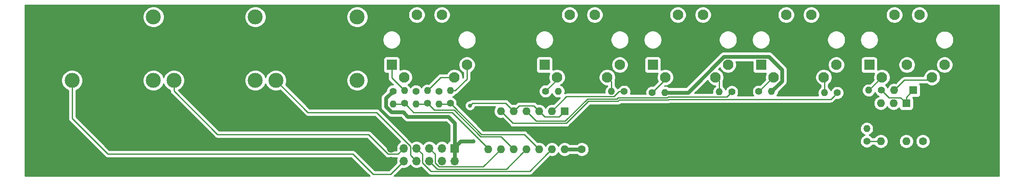
<source format=gbr>
%TF.GenerationSoftware,KiCad,Pcbnew,5.1.10*%
%TF.CreationDate,2021-09-20T11:14:50+10:00*%
%TF.ProjectId,MCB1,4d434231-2e6b-4696-9361-645f70636258,rev?*%
%TF.SameCoordinates,Original*%
%TF.FileFunction,Copper,L1,Top*%
%TF.FilePolarity,Positive*%
%FSLAX46Y46*%
G04 Gerber Fmt 4.6, Leading zero omitted, Abs format (unit mm)*
G04 Created by KiCad (PCBNEW 5.1.10) date 2021-09-20 11:14:50*
%MOMM*%
%LPD*%
G01*
G04 APERTURE LIST*
%TA.AperFunction,ComponentPad*%
%ADD10C,1.600000*%
%TD*%
%TA.AperFunction,ComponentPad*%
%ADD11O,1.400000X1.400000*%
%TD*%
%TA.AperFunction,ComponentPad*%
%ADD12C,1.400000*%
%TD*%
%TA.AperFunction,ComponentPad*%
%ADD13C,2.100000*%
%TD*%
%TA.AperFunction,ComponentPad*%
%ADD14R,2.100000X2.100000*%
%TD*%
%TA.AperFunction,ComponentPad*%
%ADD15R,1.600000X1.600000*%
%TD*%
%TA.AperFunction,ComponentPad*%
%ADD16O,1.600000X1.600000*%
%TD*%
%TA.AperFunction,ComponentPad*%
%ADD17R,1.700000X1.700000*%
%TD*%
%TA.AperFunction,ComponentPad*%
%ADD18O,1.700000X1.700000*%
%TD*%
%TA.AperFunction,ComponentPad*%
%ADD19C,0.800000*%
%TD*%
%TA.AperFunction,ComponentPad*%
%ADD20C,6.400000*%
%TD*%
%TA.AperFunction,ComponentPad*%
%ADD21C,3.000000*%
%TD*%
%TA.AperFunction,ViaPad*%
%ADD22C,0.800000*%
%TD*%
%TA.AperFunction,Conductor*%
%ADD23C,0.800000*%
%TD*%
%TA.AperFunction,Conductor*%
%ADD24C,0.250000*%
%TD*%
%TA.AperFunction,Conductor*%
%ADD25C,0.254000*%
%TD*%
%TA.AperFunction,Conductor*%
%ADD26C,0.100000*%
%TD*%
G04 APERTURE END LIST*
D10*
%TO.P,C1,2*%
%TO.N,GND*%
X171386500Y-95647500D03*
%TO.P,C1,1*%
%TO.N,+5V*%
X171386500Y-100647500D03*
%TD*%
%TO.P,C2,1*%
%TO.N,+5V*%
X239395000Y-99060000D03*
%TO.P,C2,2*%
%TO.N,GND*%
X239395000Y-94060000D03*
%TD*%
D11*
%TO.P,R1,2*%
%TO.N,+5V*%
X166687500Y-89027000D03*
D12*
%TO.P,R1,1*%
%TO.N,Net-(J2-Pad4)*%
X164147500Y-89027000D03*
%TD*%
%TO.P,R2,1*%
%TO.N,Net-(R2-Pad1)*%
X179832000Y-89090500D03*
D11*
%TO.P,R2,2*%
%TO.N,Net-(J2-Pad5)*%
X177292000Y-89090500D03*
%TD*%
D12*
%TO.P,R3,1*%
%TO.N,Net-(R3-Pad1)*%
X136017000Y-91440000D03*
D11*
%TO.P,R3,2*%
%TO.N,Net-(J1-Pad1)*%
X136017000Y-88900000D03*
%TD*%
%TO.P,R4,2*%
%TO.N,Net-(J1-Pad5)*%
X140589000Y-88900000D03*
D12*
%TO.P,R4,1*%
%TO.N,Net-(R10-Pad2)*%
X140589000Y-91440000D03*
%TD*%
%TO.P,R5,1*%
%TO.N,Net-(D1-Pad1)*%
X231140000Y-88836500D03*
D11*
%TO.P,R5,2*%
%TO.N,Net-(J3-Pad4)*%
X228600000Y-88836500D03*
%TD*%
D12*
%TO.P,R6,1*%
%TO.N,Net-(R11-Pad2)*%
X145161000Y-91440000D03*
D11*
%TO.P,R6,2*%
%TO.N,Net-(J1-Pad3)*%
X145161000Y-88900000D03*
%TD*%
D12*
%TO.P,R7,1*%
%TO.N,Net-(J4-Pad4)*%
X185420000Y-89281000D03*
D11*
%TO.P,R7,2*%
%TO.N,+5V*%
X187960000Y-89281000D03*
%TD*%
%TO.P,R8,2*%
%TO.N,Net-(J4-Pad5)*%
X198755000Y-89154000D03*
D12*
%TO.P,R8,1*%
%TO.N,Net-(R8-Pad1)*%
X201295000Y-89154000D03*
%TD*%
D11*
%TO.P,R9,2*%
%TO.N,Net-(R3-Pad1)*%
X133731000Y-91567000D03*
D12*
%TO.P,R9,1*%
%TO.N,+5V*%
X133731000Y-89027000D03*
%TD*%
%TO.P,R10,1*%
%TO.N,+5V*%
X138303000Y-89027000D03*
D11*
%TO.P,R10,2*%
%TO.N,Net-(R10-Pad2)*%
X138303000Y-91567000D03*
%TD*%
%TO.P,R11,2*%
%TO.N,Net-(R11-Pad2)*%
X142875000Y-91567000D03*
D12*
%TO.P,R11,1*%
%TO.N,+5V*%
X142875000Y-89027000D03*
%TD*%
%TO.P,R12,1*%
%TO.N,Net-(J5-Pad4)*%
X206692500Y-89090500D03*
D11*
%TO.P,R12,2*%
%TO.N,+5V*%
X209232500Y-89090500D03*
%TD*%
%TO.P,R13,2*%
%TO.N,Net-(J5-Pad5)*%
X219773500Y-89344500D03*
D12*
%TO.P,R13,1*%
%TO.N,Net-(R13-Pad1)*%
X222313500Y-89344500D03*
%TD*%
D11*
%TO.P,R15,2*%
%TO.N,+5V*%
X228219000Y-96520000D03*
D12*
%TO.P,R15,1*%
%TO.N,/MIDI_RX*%
X228219000Y-99060000D03*
%TD*%
D13*
%TO.P,J1,G1*%
%TO.N,N/C*%
X143470000Y-73740000D03*
%TO.P,J1,G2*%
X138470000Y-73740000D03*
%TO.P,J1,2*%
%TO.N,GND*%
X140970000Y-83750000D03*
%TO.P,J1,3*%
%TO.N,Net-(J1-Pad3)*%
X148475000Y-83750000D03*
D14*
%TO.P,J1,1*%
%TO.N,Net-(J1-Pad1)*%
X133465000Y-83750000D03*
D13*
%TO.P,J1,5*%
%TO.N,Net-(J1-Pad5)*%
X145975000Y-86240000D03*
%TO.P,J1,4*%
%TO.N,N/C*%
X135965000Y-86240000D03*
%TD*%
%TO.P,J2,G1*%
%TO.N,N/C*%
X173950000Y-73740000D03*
%TO.P,J2,G2*%
X168950000Y-73740000D03*
%TO.P,J2,2*%
%TO.N,GND*%
X171450000Y-83750000D03*
%TO.P,J2,3*%
%TO.N,N/C*%
X178955000Y-83750000D03*
D14*
%TO.P,J2,1*%
X163945000Y-83750000D03*
D13*
%TO.P,J2,5*%
%TO.N,Net-(J2-Pad5)*%
X176455000Y-86240000D03*
%TO.P,J2,4*%
%TO.N,Net-(J2-Pad4)*%
X166445000Y-86240000D03*
%TD*%
%TO.P,J3,4*%
%TO.N,Net-(J3-Pad4)*%
X231215000Y-86246500D03*
%TO.P,J3,5*%
%TO.N,Net-(D1-Pad2)*%
X241225000Y-86246500D03*
D14*
%TO.P,J3,1*%
%TO.N,N/C*%
X228715000Y-83756500D03*
D13*
%TO.P,J3,3*%
X243725000Y-83756500D03*
%TO.P,J3,2*%
X236220000Y-83756500D03*
%TO.P,J3,G2*%
X233720000Y-73746500D03*
%TO.P,J3,G1*%
X238720000Y-73746500D03*
%TD*%
%TO.P,J4,4*%
%TO.N,Net-(J4-Pad4)*%
X188035000Y-86240000D03*
%TO.P,J4,5*%
%TO.N,Net-(J4-Pad5)*%
X198045000Y-86240000D03*
D14*
%TO.P,J4,1*%
%TO.N,N/C*%
X185535000Y-83750000D03*
D13*
%TO.P,J4,3*%
X200545000Y-83750000D03*
%TO.P,J4,2*%
%TO.N,GND*%
X193040000Y-83750000D03*
%TO.P,J4,G2*%
%TO.N,N/C*%
X190540000Y-73740000D03*
%TO.P,J4,G1*%
X195540000Y-73740000D03*
%TD*%
%TO.P,J5,G1*%
%TO.N,N/C*%
X217130000Y-73740000D03*
%TO.P,J5,G2*%
X212130000Y-73740000D03*
%TO.P,J5,2*%
%TO.N,GND*%
X214630000Y-83750000D03*
%TO.P,J5,3*%
%TO.N,N/C*%
X222135000Y-83750000D03*
D14*
%TO.P,J5,1*%
X207125000Y-83750000D03*
D13*
%TO.P,J5,5*%
%TO.N,Net-(J5-Pad5)*%
X219635000Y-86240000D03*
%TO.P,J5,4*%
%TO.N,Net-(J5-Pad4)*%
X209625000Y-86240000D03*
%TD*%
D15*
%TO.P,U1,1*%
%TO.N,/MIDI_TX*%
X167957500Y-93027500D03*
D16*
%TO.P,U1,8*%
%TO.N,Net-(R3-Pad1)*%
X152717500Y-100647500D03*
%TO.P,U1,2*%
%TO.N,Net-(R2-Pad1)*%
X165417500Y-93027500D03*
%TO.P,U1,9*%
%TO.N,/START*%
X155257500Y-100647500D03*
%TO.P,U1,3*%
%TO.N,/MIDI_TX*%
X162877500Y-93027500D03*
%TO.P,U1,10*%
%TO.N,Net-(R10-Pad2)*%
X157797500Y-100647500D03*
%TO.P,U1,4*%
%TO.N,Net-(R8-Pad1)*%
X160337500Y-93027500D03*
%TO.P,U1,11*%
%TO.N,/CONTINUE*%
X160337500Y-100647500D03*
%TO.P,U1,5*%
%TO.N,/MIDI_TX*%
X157797500Y-93027500D03*
%TO.P,U1,12*%
%TO.N,Net-(R11-Pad2)*%
X162877500Y-100647500D03*
%TO.P,U1,6*%
%TO.N,Net-(R13-Pad1)*%
X155257500Y-93027500D03*
%TO.P,U1,13*%
%TO.N,/CLOCK*%
X165417500Y-100647500D03*
%TO.P,U1,7*%
%TO.N,GND*%
X152717500Y-93027500D03*
%TO.P,U1,14*%
%TO.N,+5V*%
X167957500Y-100647500D03*
%TD*%
D17*
%TO.P,J10,1*%
%TO.N,+5V*%
X146050000Y-100457000D03*
D18*
%TO.P,J10,2*%
X146050000Y-102997000D03*
%TO.P,J10,3*%
%TO.N,/MIDI_RX*%
X143510000Y-100457000D03*
%TO.P,J10,4*%
%TO.N,/MIDI_TX*%
X143510000Y-102997000D03*
%TO.P,J10,5*%
%TO.N,/START*%
X140970000Y-100457000D03*
%TO.P,J10,6*%
%TO.N,/CONTINUE*%
X140970000Y-102997000D03*
%TO.P,J10,7*%
%TO.N,/CLOCK*%
X138430000Y-100457000D03*
%TO.P,J10,8*%
%TO.N,/TAPE_IN*%
X138430000Y-102997000D03*
%TO.P,J10,9*%
%TO.N,/TAPE_OUT*%
X135890000Y-100457000D03*
%TO.P,J10,10*%
%TO.N,/METRONOME*%
X135890000Y-102997000D03*
%TO.P,J10,11*%
%TO.N,GND*%
X133350000Y-100457000D03*
%TO.P,J10,12*%
X133350000Y-102997000D03*
%TD*%
D19*
%TO.P,H1,1*%
%TO.N,GND*%
X66467056Y-74502944D03*
X64770000Y-73800000D03*
X63072944Y-74502944D03*
X62370000Y-76200000D03*
X63072944Y-77897056D03*
X64770000Y-78600000D03*
X66467056Y-77897056D03*
X67170000Y-76200000D03*
D20*
X64770000Y-76200000D03*
%TD*%
%TO.P,H2,1*%
%TO.N,GND*%
X64770000Y-101600000D03*
D19*
X67170000Y-101600000D03*
X66467056Y-103297056D03*
X64770000Y-104000000D03*
X63072944Y-103297056D03*
X62370000Y-101600000D03*
X63072944Y-99902944D03*
X64770000Y-99200000D03*
X66467056Y-99902944D03*
%TD*%
%TO.P,H3,1*%
%TO.N,GND*%
X157907056Y-74502944D03*
X156210000Y-73800000D03*
X154512944Y-74502944D03*
X153810000Y-76200000D03*
X154512944Y-77897056D03*
X156210000Y-78600000D03*
X157907056Y-77897056D03*
X158610000Y-76200000D03*
D20*
X156210000Y-76200000D03*
%TD*%
%TO.P,H4,1*%
%TO.N,GND*%
X184150000Y-101600000D03*
D19*
X186550000Y-101600000D03*
X185847056Y-103297056D03*
X184150000Y-104000000D03*
X182452944Y-103297056D03*
X181750000Y-101600000D03*
X182452944Y-99902944D03*
X184150000Y-99200000D03*
X185847056Y-99902944D03*
%TD*%
%TO.P,H5,1*%
%TO.N,GND*%
X251887056Y-74502944D03*
X250190000Y-73800000D03*
X248492944Y-74502944D03*
X247790000Y-76200000D03*
X248492944Y-77897056D03*
X250190000Y-78600000D03*
X251887056Y-77897056D03*
X252590000Y-76200000D03*
D20*
X250190000Y-76200000D03*
%TD*%
%TO.P,H6,1*%
%TO.N,GND*%
X250190000Y-101600000D03*
D19*
X252590000Y-101600000D03*
X251887056Y-103297056D03*
X250190000Y-104000000D03*
X248492944Y-103297056D03*
X247790000Y-101600000D03*
X248492944Y-99902944D03*
X250190000Y-99200000D03*
X251887056Y-99902944D03*
%TD*%
D21*
%TO.P,J6,S*%
%TO.N,GND*%
X110363000Y-74168000D03*
%TO.P,J6,T*%
%TO.N,/TAPE_IN*%
X110363000Y-86868000D03*
%TO.P,J6,SN*%
%TO.N,Net-(J6-PadSN)*%
X126593000Y-74168000D03*
%TO.P,J6,TN*%
X126593000Y-86868000D03*
%TD*%
%TO.P,J7,TN*%
%TO.N,N/C*%
X106273000Y-86868000D03*
%TO.P,J7,SN*%
X106273000Y-74168000D03*
%TO.P,J7,T*%
%TO.N,/TAPE_OUT*%
X90043000Y-86868000D03*
%TO.P,J7,S*%
%TO.N,GND*%
X90043000Y-74168000D03*
%TD*%
%TO.P,J8,S*%
%TO.N,GND*%
X69723000Y-74168000D03*
%TO.P,J8,T*%
%TO.N,/METRONOME*%
X69723000Y-86868000D03*
%TO.P,J8,SN*%
%TO.N,N/C*%
X85953000Y-74168000D03*
%TO.P,J8,TN*%
X85953000Y-86868000D03*
%TD*%
D15*
%TO.P,U3,1*%
%TO.N,Net-(D1-Pad1)*%
X236093000Y-91440000D03*
D16*
%TO.P,U3,4*%
%TO.N,/MIDI_RX*%
X231013000Y-99060000D03*
%TO.P,U3,2*%
%TO.N,Net-(D1-Pad2)*%
X233553000Y-91440000D03*
%TO.P,U3,5*%
%TO.N,GND*%
X233553000Y-99060000D03*
%TO.P,U3,3*%
%TO.N,N/C*%
X231013000Y-91440000D03*
%TO.P,U3,6*%
%TO.N,+5V*%
X236093000Y-99060000D03*
%TD*%
D15*
%TO.P,D1,1*%
%TO.N,Net-(D1-Pad1)*%
X237490000Y-88836500D03*
D16*
%TO.P,D1,2*%
%TO.N,Net-(D1-Pad2)*%
X233680000Y-88836500D03*
%TD*%
D22*
%TO.N,GND*%
X201422000Y-86360000D03*
X205994000Y-86360000D03*
X196088000Y-88646000D03*
X220980000Y-92710000D03*
X219710000Y-92710000D03*
X218440000Y-92710000D03*
X217170000Y-92710000D03*
X215900000Y-92710000D03*
X209550000Y-92710000D03*
X208280000Y-92710000D03*
X207010000Y-92710000D03*
X205740000Y-92710000D03*
X204470000Y-92710000D03*
X203200000Y-92710000D03*
X186690000Y-92710000D03*
X185420000Y-93980000D03*
X184150000Y-95250000D03*
X182880000Y-96520000D03*
X182880000Y-92710000D03*
X181610000Y-93980000D03*
X180340000Y-95250000D03*
X179070000Y-96520000D03*
X177800000Y-97790000D03*
X179070000Y-92710000D03*
X177800000Y-93980000D03*
X176530000Y-95250000D03*
X135890000Y-105410000D03*
X139700000Y-105410000D03*
X127000000Y-105410000D03*
X125730000Y-105410000D03*
X124460000Y-105410000D03*
X130810000Y-104140000D03*
X129540000Y-102870000D03*
X128270000Y-101600000D03*
X127000000Y-100330000D03*
X132080000Y-97790000D03*
X130810000Y-96520000D03*
X129540000Y-95250000D03*
X127000000Y-95250000D03*
X138430000Y-97790000D03*
X139700000Y-97790000D03*
X140970000Y-97790000D03*
X81280000Y-99060000D03*
X83820000Y-99060000D03*
X86360000Y-99060000D03*
X88900000Y-99060000D03*
X104140000Y-99060000D03*
X106680000Y-99060000D03*
X109220000Y-99060000D03*
X104140000Y-96520000D03*
X106680000Y-96520000D03*
X109220000Y-96520000D03*
X104140000Y-104140000D03*
X106680000Y-104140000D03*
X109220000Y-104140000D03*
X119380000Y-91440000D03*
X124460000Y-91440000D03*
X129540000Y-91440000D03*
%TO.N,+5V*%
X149758400Y-99060000D03*
%TO.N,/MIDI_TX*%
X149098000Y-91897200D03*
%TD*%
D23*
%TO.N,+5V*%
X167957500Y-100647500D02*
X171386500Y-100647500D01*
X211275001Y-87047999D02*
X209232500Y-89090500D01*
X211275001Y-84719999D02*
X211275001Y-87047999D01*
X199752999Y-82099999D02*
X208655001Y-82099999D01*
X192571998Y-89281000D02*
X199752999Y-82099999D01*
X208655001Y-82099999D02*
X211275001Y-84719999D01*
X187960000Y-89281000D02*
X192571998Y-89281000D01*
X146050000Y-102997000D02*
X146050000Y-100457000D01*
X146050000Y-100457000D02*
X146050000Y-100203000D01*
X147193000Y-99060000D02*
X149758400Y-99060000D01*
X146050000Y-100203000D02*
X147193000Y-99060000D01*
X146050000Y-100457000D02*
X146050000Y-95377000D01*
X146050000Y-95377000D02*
X144780000Y-94107000D01*
X144780000Y-94107000D02*
X136652000Y-94107000D01*
X136652000Y-94107000D02*
X135763000Y-93218000D01*
X133457998Y-93218000D02*
X132334000Y-92094002D01*
X135763000Y-93218000D02*
X133457998Y-93218000D01*
X132334000Y-90424000D02*
X133731000Y-89027000D01*
X132334000Y-92094002D02*
X132334000Y-90424000D01*
D24*
%TO.N,Net-(D1-Pad1)*%
X232618499Y-90314999D02*
X231140000Y-88836500D01*
X234967999Y-90314999D02*
X232618499Y-90314999D01*
X236093000Y-91440000D02*
X234967999Y-90314999D01*
X236093000Y-90233500D02*
X237490000Y-88836500D01*
X236093000Y-91440000D02*
X236093000Y-90233500D01*
%TO.N,Net-(R3-Pad1)*%
X135890000Y-91567000D02*
X136017000Y-91440000D01*
X133731000Y-91567000D02*
X135890000Y-91567000D01*
X137852989Y-93275989D02*
X136716999Y-92139999D01*
X152717500Y-100455590D02*
X145537900Y-93275989D01*
X136716999Y-92139999D02*
X136017000Y-91440000D01*
X152717500Y-100647500D02*
X152717500Y-100455590D01*
X145537900Y-93275989D02*
X137852989Y-93275989D01*
%TO.N,Net-(R10-Pad2)*%
X140462000Y-91567000D02*
X140589000Y-91440000D01*
X138303000Y-91567000D02*
X140462000Y-91567000D01*
X140589000Y-91440000D02*
X141974978Y-92825978D01*
X145910568Y-92825978D02*
X151197600Y-98113011D01*
X141974978Y-92825978D02*
X145910568Y-92825978D01*
X151197600Y-98113011D02*
X155263011Y-98113011D01*
X155263011Y-98113011D02*
X157797500Y-100647500D01*
%TO.N,Net-(R11-Pad2)*%
X145034000Y-91567000D02*
X145161000Y-91440000D01*
X142875000Y-91567000D02*
X145034000Y-91567000D01*
X145860999Y-92139999D02*
X145161000Y-91440000D01*
X162877500Y-100647500D02*
X159893000Y-97663000D01*
X159893000Y-97663000D02*
X151384000Y-97663000D01*
X151384000Y-97663000D02*
X145860999Y-92139999D01*
%TO.N,Net-(D1-Pad2)*%
X233680000Y-88836500D02*
X235712000Y-86804500D01*
X240667000Y-86804500D02*
X241225000Y-86246500D01*
X235712000Y-86804500D02*
X240667000Y-86804500D01*
%TO.N,Net-(J1-Pad3)*%
X148475000Y-86575949D02*
X148475000Y-83750000D01*
X146150949Y-88900000D02*
X148475000Y-86575949D01*
X145161000Y-88900000D02*
X146150949Y-88900000D01*
%TO.N,Net-(J1-Pad1)*%
X133465000Y-86348000D02*
X133465000Y-83750000D01*
X136017000Y-88900000D02*
X133465000Y-86348000D01*
%TO.N,Net-(J1-Pad5)*%
X143249000Y-86240000D02*
X145975000Y-86240000D01*
X140589000Y-88900000D02*
X143249000Y-86240000D01*
%TO.N,Net-(J2-Pad5)*%
X177292000Y-87077000D02*
X176455000Y-86240000D01*
X177292000Y-89090500D02*
X177292000Y-87077000D01*
%TO.N,Net-(J2-Pad4)*%
X166445000Y-86729500D02*
X166445000Y-86240000D01*
X164147500Y-89027000D02*
X166445000Y-86729500D01*
%TO.N,Net-(J3-Pad4)*%
X231190000Y-86246500D02*
X231215000Y-86246500D01*
X228600000Y-88836500D02*
X231190000Y-86246500D01*
%TO.N,Net-(J4-Pad4)*%
X188035000Y-86666000D02*
X188035000Y-86240000D01*
X185420000Y-89281000D02*
X188035000Y-86666000D01*
%TO.N,Net-(J4-Pad5)*%
X198755000Y-86950000D02*
X198045000Y-86240000D01*
X198755000Y-89154000D02*
X198755000Y-86950000D01*
%TO.N,Net-(J5-Pad5)*%
X219773500Y-86378500D02*
X219635000Y-86240000D01*
X219773500Y-89344500D02*
X219773500Y-86378500D01*
%TO.N,Net-(J5-Pad4)*%
X209543000Y-86240000D02*
X209625000Y-86240000D01*
X206692500Y-89090500D02*
X209543000Y-86240000D01*
%TO.N,Net-(R2-Pad1)*%
X179832000Y-89090500D02*
X178842051Y-89090500D01*
X168329499Y-90115501D02*
X165417500Y-93027500D01*
X177817050Y-90115501D02*
X168329499Y-90115501D01*
X178842051Y-89090500D02*
X177817050Y-90115501D01*
%TO.N,Net-(R8-Pad1)*%
X200269999Y-90179001D02*
X188579001Y-90179001D01*
X162294980Y-94984980D02*
X161137499Y-93827499D01*
X172512165Y-90565512D02*
X168092698Y-94984980D01*
X178354167Y-90565512D02*
X172512165Y-90565512D01*
X178613678Y-90306001D02*
X178354167Y-90565512D01*
X168092698Y-94984980D02*
X162294980Y-94984980D01*
X188452001Y-90306001D02*
X178613678Y-90306001D01*
X188579001Y-90179001D02*
X188452001Y-90306001D01*
X201295000Y-89154000D02*
X200269999Y-90179001D01*
X161137499Y-93827499D02*
X160337500Y-93027500D01*
%TO.N,Net-(R13-Pad1)*%
X157664991Y-95434991D02*
X168279098Y-95434991D01*
X188638401Y-90756012D02*
X188765401Y-90629012D01*
X221613501Y-90044499D02*
X222313500Y-89344500D01*
X178851145Y-90756012D02*
X188638401Y-90756012D01*
X155257500Y-93027500D02*
X157664991Y-95434991D01*
X168279098Y-95434991D02*
X172698565Y-91015523D01*
X178591634Y-91015523D02*
X178851145Y-90756012D01*
X172698565Y-91015523D02*
X178591634Y-91015523D01*
X188765401Y-90629012D02*
X221028988Y-90629012D01*
X221028988Y-90629012D02*
X221613501Y-90044499D01*
%TO.N,/MIDI_RX*%
X231013000Y-99060000D02*
X228219000Y-99060000D01*
%TO.N,/MIDI_TX*%
X166832499Y-94152501D02*
X167957500Y-93027500D01*
X164002501Y-94152501D02*
X166832499Y-94152501D01*
X162877500Y-93027500D02*
X164002501Y-94152501D01*
X158922501Y-91902499D02*
X157797500Y-93027500D01*
X161752499Y-91902499D02*
X158922501Y-91902499D01*
X162877500Y-93027500D02*
X161752499Y-91902499D01*
X149098000Y-91897200D02*
X149606000Y-91389200D01*
X156159200Y-91389200D02*
X157797500Y-93027500D01*
X149606000Y-91389200D02*
X156159200Y-91389200D01*
%TO.N,/START*%
X142945999Y-104172001D02*
X151732999Y-104172001D01*
X140970000Y-100457000D02*
X142145001Y-101632001D01*
X151732999Y-104172001D02*
X155257500Y-100647500D01*
X142145001Y-101632001D02*
X142145001Y-103371003D01*
X142145001Y-103371003D02*
X142945999Y-104172001D01*
%TO.N,/CONTINUE*%
X140970000Y-102997000D02*
X142595012Y-104622012D01*
X159537501Y-101447499D02*
X160337500Y-100647500D01*
X156362988Y-104622012D02*
X159537501Y-101447499D01*
X142595012Y-104622012D02*
X156362988Y-104622012D01*
%TO.N,/CLOCK*%
X164617501Y-101447499D02*
X165417500Y-100647500D01*
X160992977Y-105072023D02*
X164617501Y-101447499D01*
X141306021Y-105072023D02*
X160992977Y-105072023D01*
X139605001Y-103371003D02*
X141306021Y-105072023D01*
X139605001Y-101632001D02*
X139605001Y-103371003D01*
X138430000Y-100457000D02*
X139605001Y-101632001D01*
%TO.N,/TAPE_IN*%
X116770991Y-93275991D02*
X110363000Y-86868000D01*
X130447993Y-93275991D02*
X116770991Y-93275991D01*
X137254999Y-100082997D02*
X130447993Y-93275991D01*
X137254999Y-101821999D02*
X137254999Y-100082997D01*
X138430000Y-102997000D02*
X137254999Y-101821999D01*
%TO.N,/METRONOME*%
X69723000Y-94488000D02*
X69723000Y-86868000D01*
X125730000Y-101600000D02*
X76835000Y-101600000D01*
X129794000Y-105664000D02*
X125730000Y-101600000D01*
X76835000Y-101600000D02*
X69723000Y-94488000D01*
X133223000Y-105664000D02*
X129794000Y-105664000D01*
X135890000Y-102997000D02*
X133223000Y-105664000D01*
%TO.N,/TAPE_OUT*%
X134714999Y-101632001D02*
X132785999Y-101632001D01*
X132785999Y-101632001D02*
X128848999Y-97695001D01*
X128848999Y-97695001D02*
X98748681Y-97695001D01*
X135890000Y-100457000D02*
X134714999Y-101632001D01*
X90043000Y-88989320D02*
X90043000Y-86868000D01*
X98748681Y-97695001D02*
X90043000Y-88989320D01*
%TD*%
D25*
%TO.N,GND*%
X254610000Y-106020000D02*
X133941801Y-106020000D01*
X135523592Y-104438210D01*
X135743740Y-104482000D01*
X136036260Y-104482000D01*
X136323158Y-104424932D01*
X136593411Y-104312990D01*
X136836632Y-104150475D01*
X137043475Y-103943632D01*
X137160000Y-103769240D01*
X137276525Y-103943632D01*
X137483368Y-104150475D01*
X137726589Y-104312990D01*
X137996842Y-104424932D01*
X138283740Y-104482000D01*
X138576260Y-104482000D01*
X138863158Y-104424932D01*
X139133411Y-104312990D01*
X139336492Y-104177295D01*
X140742222Y-105583026D01*
X140766020Y-105612024D01*
X140795018Y-105635822D01*
X140881745Y-105706997D01*
X141013774Y-105777569D01*
X141157035Y-105821026D01*
X141306021Y-105835700D01*
X141343354Y-105832023D01*
X160955655Y-105832023D01*
X160992977Y-105835699D01*
X161030299Y-105832023D01*
X161030310Y-105832023D01*
X161141963Y-105821026D01*
X161285224Y-105777569D01*
X161417253Y-105706997D01*
X161532978Y-105612024D01*
X161556781Y-105583020D01*
X165093614Y-102046188D01*
X165276165Y-102082500D01*
X165558835Y-102082500D01*
X165836074Y-102027353D01*
X166097227Y-101919180D01*
X166332259Y-101762137D01*
X166532137Y-101562259D01*
X166687500Y-101329741D01*
X166842863Y-101562259D01*
X167042741Y-101762137D01*
X167277773Y-101919180D01*
X167538926Y-102027353D01*
X167816165Y-102082500D01*
X168098835Y-102082500D01*
X168376074Y-102027353D01*
X168637227Y-101919180D01*
X168872259Y-101762137D01*
X168951896Y-101682500D01*
X170392104Y-101682500D01*
X170471741Y-101762137D01*
X170706773Y-101919180D01*
X170967926Y-102027353D01*
X171245165Y-102082500D01*
X171527835Y-102082500D01*
X171805074Y-102027353D01*
X172066227Y-101919180D01*
X172301259Y-101762137D01*
X172501137Y-101562259D01*
X172658180Y-101327227D01*
X172766353Y-101066074D01*
X172821500Y-100788835D01*
X172821500Y-100506165D01*
X172766353Y-100228926D01*
X172658180Y-99967773D01*
X172501137Y-99732741D01*
X172301259Y-99532863D01*
X172066227Y-99375820D01*
X171805074Y-99267647D01*
X171527835Y-99212500D01*
X171245165Y-99212500D01*
X170967926Y-99267647D01*
X170706773Y-99375820D01*
X170471741Y-99532863D01*
X170392104Y-99612500D01*
X168951896Y-99612500D01*
X168872259Y-99532863D01*
X168637227Y-99375820D01*
X168376074Y-99267647D01*
X168098835Y-99212500D01*
X167816165Y-99212500D01*
X167538926Y-99267647D01*
X167277773Y-99375820D01*
X167042741Y-99532863D01*
X166842863Y-99732741D01*
X166687500Y-99965259D01*
X166532137Y-99732741D01*
X166332259Y-99532863D01*
X166097227Y-99375820D01*
X165836074Y-99267647D01*
X165558835Y-99212500D01*
X165276165Y-99212500D01*
X164998926Y-99267647D01*
X164737773Y-99375820D01*
X164502741Y-99532863D01*
X164302863Y-99732741D01*
X164147500Y-99965259D01*
X163992137Y-99732741D01*
X163792259Y-99532863D01*
X163557227Y-99375820D01*
X163296074Y-99267647D01*
X163018835Y-99212500D01*
X162736165Y-99212500D01*
X162553614Y-99248812D01*
X160456804Y-97152003D01*
X160433001Y-97122999D01*
X160317276Y-97028026D01*
X160185247Y-96957454D01*
X160041986Y-96913997D01*
X159930333Y-96903000D01*
X159930322Y-96903000D01*
X159893000Y-96899324D01*
X159855678Y-96903000D01*
X151698802Y-96903000D01*
X151184316Y-96388514D01*
X226884000Y-96388514D01*
X226884000Y-96651486D01*
X226935304Y-96909405D01*
X227035939Y-97152359D01*
X227182038Y-97371013D01*
X227367987Y-97556962D01*
X227586641Y-97703061D01*
X227796530Y-97790000D01*
X227586641Y-97876939D01*
X227367987Y-98023038D01*
X227182038Y-98208987D01*
X227035939Y-98427641D01*
X226935304Y-98670595D01*
X226884000Y-98928514D01*
X226884000Y-99191486D01*
X226935304Y-99449405D01*
X227035939Y-99692359D01*
X227182038Y-99911013D01*
X227367987Y-100096962D01*
X227586641Y-100243061D01*
X227829595Y-100343696D01*
X228087514Y-100395000D01*
X228350486Y-100395000D01*
X228608405Y-100343696D01*
X228851359Y-100243061D01*
X229070013Y-100096962D01*
X229255962Y-99911013D01*
X229316775Y-99820000D01*
X229794957Y-99820000D01*
X229898363Y-99974759D01*
X230098241Y-100174637D01*
X230333273Y-100331680D01*
X230594426Y-100439853D01*
X230871665Y-100495000D01*
X231154335Y-100495000D01*
X231431574Y-100439853D01*
X231692727Y-100331680D01*
X231927759Y-100174637D01*
X232127637Y-99974759D01*
X232284680Y-99739727D01*
X232392853Y-99478574D01*
X232448000Y-99201335D01*
X232448000Y-98918665D01*
X234658000Y-98918665D01*
X234658000Y-99201335D01*
X234713147Y-99478574D01*
X234821320Y-99739727D01*
X234978363Y-99974759D01*
X235178241Y-100174637D01*
X235413273Y-100331680D01*
X235674426Y-100439853D01*
X235951665Y-100495000D01*
X236234335Y-100495000D01*
X236511574Y-100439853D01*
X236772727Y-100331680D01*
X237007759Y-100174637D01*
X237207637Y-99974759D01*
X237364680Y-99739727D01*
X237472853Y-99478574D01*
X237528000Y-99201335D01*
X237528000Y-98918665D01*
X237960000Y-98918665D01*
X237960000Y-99201335D01*
X238015147Y-99478574D01*
X238123320Y-99739727D01*
X238280363Y-99974759D01*
X238480241Y-100174637D01*
X238715273Y-100331680D01*
X238976426Y-100439853D01*
X239253665Y-100495000D01*
X239536335Y-100495000D01*
X239813574Y-100439853D01*
X240074727Y-100331680D01*
X240309759Y-100174637D01*
X240509637Y-99974759D01*
X240666680Y-99739727D01*
X240774853Y-99478574D01*
X240830000Y-99201335D01*
X240830000Y-98918665D01*
X240774853Y-98641426D01*
X240666680Y-98380273D01*
X240509637Y-98145241D01*
X240309759Y-97945363D01*
X240074727Y-97788320D01*
X239813574Y-97680147D01*
X239536335Y-97625000D01*
X239253665Y-97625000D01*
X238976426Y-97680147D01*
X238715273Y-97788320D01*
X238480241Y-97945363D01*
X238280363Y-98145241D01*
X238123320Y-98380273D01*
X238015147Y-98641426D01*
X237960000Y-98918665D01*
X237528000Y-98918665D01*
X237472853Y-98641426D01*
X237364680Y-98380273D01*
X237207637Y-98145241D01*
X237007759Y-97945363D01*
X236772727Y-97788320D01*
X236511574Y-97680147D01*
X236234335Y-97625000D01*
X235951665Y-97625000D01*
X235674426Y-97680147D01*
X235413273Y-97788320D01*
X235178241Y-97945363D01*
X234978363Y-98145241D01*
X234821320Y-98380273D01*
X234713147Y-98641426D01*
X234658000Y-98918665D01*
X232448000Y-98918665D01*
X232392853Y-98641426D01*
X232284680Y-98380273D01*
X232127637Y-98145241D01*
X231927759Y-97945363D01*
X231692727Y-97788320D01*
X231431574Y-97680147D01*
X231154335Y-97625000D01*
X230871665Y-97625000D01*
X230594426Y-97680147D01*
X230333273Y-97788320D01*
X230098241Y-97945363D01*
X229898363Y-98145241D01*
X229794957Y-98300000D01*
X229316775Y-98300000D01*
X229255962Y-98208987D01*
X229070013Y-98023038D01*
X228851359Y-97876939D01*
X228641470Y-97790000D01*
X228851359Y-97703061D01*
X229070013Y-97556962D01*
X229255962Y-97371013D01*
X229402061Y-97152359D01*
X229502696Y-96909405D01*
X229554000Y-96651486D01*
X229554000Y-96388514D01*
X229502696Y-96130595D01*
X229402061Y-95887641D01*
X229255962Y-95668987D01*
X229070013Y-95483038D01*
X228851359Y-95336939D01*
X228608405Y-95236304D01*
X228350486Y-95185000D01*
X228087514Y-95185000D01*
X227829595Y-95236304D01*
X227586641Y-95336939D01*
X227367987Y-95483038D01*
X227182038Y-95668987D01*
X227035939Y-95887641D01*
X226935304Y-96130595D01*
X226884000Y-96388514D01*
X151184316Y-96388514D01*
X146591063Y-91795261D01*
X148063000Y-91795261D01*
X148063000Y-91999139D01*
X148102774Y-92199098D01*
X148180795Y-92387456D01*
X148294063Y-92556974D01*
X148438226Y-92701137D01*
X148607744Y-92814405D01*
X148796102Y-92892426D01*
X148996061Y-92932200D01*
X149199939Y-92932200D01*
X149399898Y-92892426D01*
X149588256Y-92814405D01*
X149757774Y-92701137D01*
X149901937Y-92556974D01*
X150015205Y-92387456D01*
X150093226Y-92199098D01*
X150103151Y-92149200D01*
X154118502Y-92149200D01*
X153985820Y-92347773D01*
X153877647Y-92608926D01*
X153822500Y-92886165D01*
X153822500Y-93168835D01*
X153877647Y-93446074D01*
X153985820Y-93707227D01*
X154142863Y-93942259D01*
X154342741Y-94142137D01*
X154577773Y-94299180D01*
X154838926Y-94407353D01*
X155116165Y-94462500D01*
X155398835Y-94462500D01*
X155581386Y-94426188D01*
X157101196Y-95945999D01*
X157124990Y-95974992D01*
X157153983Y-95998786D01*
X157153987Y-95998790D01*
X157224676Y-96056802D01*
X157240715Y-96069965D01*
X157372744Y-96140537D01*
X157516005Y-96183994D01*
X157627658Y-96194991D01*
X157627667Y-96194991D01*
X157664990Y-96198667D01*
X157702313Y-96194991D01*
X168241776Y-96194991D01*
X168279098Y-96198667D01*
X168316421Y-96194991D01*
X168316431Y-96194991D01*
X168428084Y-96183994D01*
X168571345Y-96140537D01*
X168703374Y-96069965D01*
X168819099Y-95974992D01*
X168842902Y-95945988D01*
X173013367Y-91775523D01*
X178554312Y-91775523D01*
X178591634Y-91779199D01*
X178628956Y-91775523D01*
X178628967Y-91775523D01*
X178740620Y-91764526D01*
X178883881Y-91721069D01*
X179015910Y-91650497D01*
X179131635Y-91555524D01*
X179155438Y-91526520D01*
X179165946Y-91516012D01*
X188601079Y-91516012D01*
X188638401Y-91519688D01*
X188675723Y-91516012D01*
X188675734Y-91516012D01*
X188787387Y-91505015D01*
X188930648Y-91461558D01*
X189062677Y-91390986D01*
X189065082Y-91389012D01*
X220991666Y-91389012D01*
X221028988Y-91392688D01*
X221066310Y-91389012D01*
X221066321Y-91389012D01*
X221177974Y-91378015D01*
X221321235Y-91334558D01*
X221453264Y-91263986D01*
X221568989Y-91169013D01*
X221592791Y-91140010D01*
X222074657Y-90658145D01*
X222182014Y-90679500D01*
X222444986Y-90679500D01*
X222702905Y-90628196D01*
X222945859Y-90527561D01*
X223164513Y-90381462D01*
X223350462Y-90195513D01*
X223496561Y-89976859D01*
X223597196Y-89733905D01*
X223648500Y-89475986D01*
X223648500Y-89213014D01*
X223597196Y-88955095D01*
X223496561Y-88712141D01*
X223350462Y-88493487D01*
X223164513Y-88307538D01*
X222945859Y-88161439D01*
X222702905Y-88060804D01*
X222444986Y-88009500D01*
X222182014Y-88009500D01*
X221924095Y-88060804D01*
X221681141Y-88161439D01*
X221462487Y-88307538D01*
X221276538Y-88493487D01*
X221130439Y-88712141D01*
X221043500Y-88922030D01*
X220956561Y-88712141D01*
X220810462Y-88493487D01*
X220624513Y-88307538D01*
X220533500Y-88246725D01*
X220533500Y-87666174D01*
X220709125Y-87548825D01*
X220943825Y-87314125D01*
X221128228Y-87038147D01*
X221255246Y-86731496D01*
X221320000Y-86405958D01*
X221320000Y-86074042D01*
X221255246Y-85748504D01*
X221128228Y-85441853D01*
X220943825Y-85165875D01*
X220709125Y-84931175D01*
X220433147Y-84746772D01*
X220126496Y-84619754D01*
X219800958Y-84555000D01*
X219469042Y-84555000D01*
X219143504Y-84619754D01*
X218836853Y-84746772D01*
X218560875Y-84931175D01*
X218326175Y-85165875D01*
X218141772Y-85441853D01*
X218014754Y-85748504D01*
X217950000Y-86074042D01*
X217950000Y-86405958D01*
X218014754Y-86731496D01*
X218141772Y-87038147D01*
X218326175Y-87314125D01*
X218560875Y-87548825D01*
X218836853Y-87733228D01*
X219013501Y-87806397D01*
X219013500Y-88246725D01*
X218922487Y-88307538D01*
X218736538Y-88493487D01*
X218590439Y-88712141D01*
X218489804Y-88955095D01*
X218438500Y-89213014D01*
X218438500Y-89475986D01*
X218489804Y-89733905D01*
X218545767Y-89869012D01*
X210317905Y-89869012D01*
X210415561Y-89722859D01*
X210516196Y-89479905D01*
X210567500Y-89221986D01*
X210567500Y-89219210D01*
X211970909Y-87815802D01*
X212010397Y-87783395D01*
X212115320Y-87655546D01*
X212139735Y-87625797D01*
X212235842Y-87445993D01*
X212273872Y-87320625D01*
X212295025Y-87250894D01*
X212310001Y-87098837D01*
X212310001Y-87098834D01*
X212315008Y-87047999D01*
X212310001Y-86997164D01*
X212310001Y-84770834D01*
X212315008Y-84719999D01*
X212305775Y-84626254D01*
X212295025Y-84517104D01*
X212249616Y-84367414D01*
X212235842Y-84322005D01*
X212139735Y-84142201D01*
X212042804Y-84024091D01*
X212010397Y-83984603D01*
X211970909Y-83952196D01*
X211602755Y-83584042D01*
X220450000Y-83584042D01*
X220450000Y-83915958D01*
X220514754Y-84241496D01*
X220641772Y-84548147D01*
X220826175Y-84824125D01*
X221060875Y-85058825D01*
X221336853Y-85243228D01*
X221643504Y-85370246D01*
X221969042Y-85435000D01*
X222300958Y-85435000D01*
X222626496Y-85370246D01*
X222933147Y-85243228D01*
X223209125Y-85058825D01*
X223443825Y-84824125D01*
X223628228Y-84548147D01*
X223755246Y-84241496D01*
X223820000Y-83915958D01*
X223820000Y-83584042D01*
X223755246Y-83258504D01*
X223628228Y-82951853D01*
X223464289Y-82706500D01*
X227026928Y-82706500D01*
X227026928Y-84806500D01*
X227039188Y-84930982D01*
X227075498Y-85050680D01*
X227134463Y-85160994D01*
X227213815Y-85257685D01*
X227310506Y-85337037D01*
X227420820Y-85396002D01*
X227540518Y-85432312D01*
X227665000Y-85444572D01*
X229724298Y-85444572D01*
X229721772Y-85448353D01*
X229594754Y-85755004D01*
X229530000Y-86080542D01*
X229530000Y-86412458D01*
X229594754Y-86737996D01*
X229603233Y-86758466D01*
X228838844Y-87522855D01*
X228731486Y-87501500D01*
X228468514Y-87501500D01*
X228210595Y-87552804D01*
X227967641Y-87653439D01*
X227748987Y-87799538D01*
X227563038Y-87985487D01*
X227416939Y-88204141D01*
X227316304Y-88447095D01*
X227265000Y-88705014D01*
X227265000Y-88967986D01*
X227316304Y-89225905D01*
X227416939Y-89468859D01*
X227563038Y-89687513D01*
X227748987Y-89873462D01*
X227967641Y-90019561D01*
X228210595Y-90120196D01*
X228468514Y-90171500D01*
X228731486Y-90171500D01*
X228989405Y-90120196D01*
X229232359Y-90019561D01*
X229451013Y-89873462D01*
X229636962Y-89687513D01*
X229783061Y-89468859D01*
X229870000Y-89258970D01*
X229956939Y-89468859D01*
X230103038Y-89687513D01*
X230288987Y-89873462D01*
X230507641Y-90019561D01*
X230601991Y-90058642D01*
X230594426Y-90060147D01*
X230333273Y-90168320D01*
X230098241Y-90325363D01*
X229898363Y-90525241D01*
X229741320Y-90760273D01*
X229633147Y-91021426D01*
X229578000Y-91298665D01*
X229578000Y-91581335D01*
X229633147Y-91858574D01*
X229741320Y-92119727D01*
X229898363Y-92354759D01*
X230098241Y-92554637D01*
X230333273Y-92711680D01*
X230594426Y-92819853D01*
X230871665Y-92875000D01*
X231154335Y-92875000D01*
X231431574Y-92819853D01*
X231692727Y-92711680D01*
X231927759Y-92554637D01*
X232127637Y-92354759D01*
X232283000Y-92122241D01*
X232438363Y-92354759D01*
X232638241Y-92554637D01*
X232873273Y-92711680D01*
X233134426Y-92819853D01*
X233411665Y-92875000D01*
X233694335Y-92875000D01*
X233971574Y-92819853D01*
X234232727Y-92711680D01*
X234467759Y-92554637D01*
X234666357Y-92356039D01*
X234667188Y-92364482D01*
X234703498Y-92484180D01*
X234762463Y-92594494D01*
X234841815Y-92691185D01*
X234938506Y-92770537D01*
X235048820Y-92829502D01*
X235168518Y-92865812D01*
X235293000Y-92878072D01*
X236893000Y-92878072D01*
X237017482Y-92865812D01*
X237137180Y-92829502D01*
X237247494Y-92770537D01*
X237344185Y-92691185D01*
X237423537Y-92594494D01*
X237482502Y-92484180D01*
X237518812Y-92364482D01*
X237531072Y-92240000D01*
X237531072Y-90640000D01*
X237518812Y-90515518D01*
X237482502Y-90395820D01*
X237423537Y-90285506D01*
X237414564Y-90274572D01*
X238290000Y-90274572D01*
X238414482Y-90262312D01*
X238534180Y-90226002D01*
X238644494Y-90167037D01*
X238741185Y-90087685D01*
X238820537Y-89990994D01*
X238879502Y-89880680D01*
X238915812Y-89760982D01*
X238928072Y-89636500D01*
X238928072Y-88036500D01*
X238915812Y-87912018D01*
X238879502Y-87792320D01*
X238820537Y-87682006D01*
X238741185Y-87585315D01*
X238715822Y-87564500D01*
X240164606Y-87564500D01*
X240426853Y-87739728D01*
X240733504Y-87866746D01*
X241059042Y-87931500D01*
X241390958Y-87931500D01*
X241716496Y-87866746D01*
X242023147Y-87739728D01*
X242299125Y-87555325D01*
X242533825Y-87320625D01*
X242718228Y-87044647D01*
X242845246Y-86737996D01*
X242910000Y-86412458D01*
X242910000Y-86080542D01*
X242845246Y-85755004D01*
X242718228Y-85448353D01*
X242533825Y-85172375D01*
X242299125Y-84937675D01*
X242023147Y-84753272D01*
X241716496Y-84626254D01*
X241390958Y-84561500D01*
X241059042Y-84561500D01*
X240733504Y-84626254D01*
X240426853Y-84753272D01*
X240150875Y-84937675D01*
X239916175Y-85172375D01*
X239731772Y-85448353D01*
X239604754Y-85755004D01*
X239547169Y-86044500D01*
X235749323Y-86044500D01*
X235712000Y-86040824D01*
X235674677Y-86044500D01*
X235674667Y-86044500D01*
X235563014Y-86055497D01*
X235424500Y-86097514D01*
X235419753Y-86098954D01*
X235287723Y-86169526D01*
X235247340Y-86202668D01*
X235171999Y-86264499D01*
X235148201Y-86293497D01*
X234003886Y-87437812D01*
X233821335Y-87401500D01*
X233538665Y-87401500D01*
X233261426Y-87456647D01*
X233000273Y-87564820D01*
X232765241Y-87721863D01*
X232565363Y-87921741D01*
X232408320Y-88156773D01*
X232355880Y-88283374D01*
X232323061Y-88204141D01*
X232176962Y-87985487D01*
X231991013Y-87799538D01*
X231944226Y-87768276D01*
X232013147Y-87739728D01*
X232289125Y-87555325D01*
X232523825Y-87320625D01*
X232708228Y-87044647D01*
X232835246Y-86737996D01*
X232900000Y-86412458D01*
X232900000Y-86080542D01*
X232835246Y-85755004D01*
X232708228Y-85448353D01*
X232523825Y-85172375D01*
X232289125Y-84937675D01*
X232013147Y-84753272D01*
X231706496Y-84626254D01*
X231380958Y-84561500D01*
X231049042Y-84561500D01*
X230723504Y-84626254D01*
X230416853Y-84753272D01*
X230403072Y-84762480D01*
X230403072Y-83590542D01*
X234535000Y-83590542D01*
X234535000Y-83922458D01*
X234599754Y-84247996D01*
X234726772Y-84554647D01*
X234911175Y-84830625D01*
X235145875Y-85065325D01*
X235421853Y-85249728D01*
X235728504Y-85376746D01*
X236054042Y-85441500D01*
X236385958Y-85441500D01*
X236711496Y-85376746D01*
X237018147Y-85249728D01*
X237294125Y-85065325D01*
X237528825Y-84830625D01*
X237713228Y-84554647D01*
X237840246Y-84247996D01*
X237905000Y-83922458D01*
X237905000Y-83590542D01*
X242040000Y-83590542D01*
X242040000Y-83922458D01*
X242104754Y-84247996D01*
X242231772Y-84554647D01*
X242416175Y-84830625D01*
X242650875Y-85065325D01*
X242926853Y-85249728D01*
X243233504Y-85376746D01*
X243559042Y-85441500D01*
X243890958Y-85441500D01*
X244216496Y-85376746D01*
X244523147Y-85249728D01*
X244799125Y-85065325D01*
X245033825Y-84830625D01*
X245218228Y-84554647D01*
X245345246Y-84247996D01*
X245410000Y-83922458D01*
X245410000Y-83590542D01*
X245345246Y-83265004D01*
X245218228Y-82958353D01*
X245033825Y-82682375D01*
X244799125Y-82447675D01*
X244523147Y-82263272D01*
X244216496Y-82136254D01*
X243890958Y-82071500D01*
X243559042Y-82071500D01*
X243233504Y-82136254D01*
X242926853Y-82263272D01*
X242650875Y-82447675D01*
X242416175Y-82682375D01*
X242231772Y-82958353D01*
X242104754Y-83265004D01*
X242040000Y-83590542D01*
X237905000Y-83590542D01*
X237840246Y-83265004D01*
X237713228Y-82958353D01*
X237528825Y-82682375D01*
X237294125Y-82447675D01*
X237018147Y-82263272D01*
X236711496Y-82136254D01*
X236385958Y-82071500D01*
X236054042Y-82071500D01*
X235728504Y-82136254D01*
X235421853Y-82263272D01*
X235145875Y-82447675D01*
X234911175Y-82682375D01*
X234726772Y-82958353D01*
X234599754Y-83265004D01*
X234535000Y-83590542D01*
X230403072Y-83590542D01*
X230403072Y-82706500D01*
X230390812Y-82582018D01*
X230354502Y-82462320D01*
X230295537Y-82352006D01*
X230216185Y-82255315D01*
X230119494Y-82175963D01*
X230009180Y-82116998D01*
X229889482Y-82080688D01*
X229765000Y-82068428D01*
X227665000Y-82068428D01*
X227540518Y-82080688D01*
X227420820Y-82116998D01*
X227310506Y-82175963D01*
X227213815Y-82255315D01*
X227134463Y-82352006D01*
X227075498Y-82462320D01*
X227039188Y-82582018D01*
X227026928Y-82706500D01*
X223464289Y-82706500D01*
X223443825Y-82675875D01*
X223209125Y-82441175D01*
X222933147Y-82256772D01*
X222626496Y-82129754D01*
X222300958Y-82065000D01*
X221969042Y-82065000D01*
X221643504Y-82129754D01*
X221336853Y-82256772D01*
X221060875Y-82441175D01*
X220826175Y-82675875D01*
X220641772Y-82951853D01*
X220514754Y-83258504D01*
X220450000Y-83584042D01*
X211602755Y-83584042D01*
X209422808Y-81404096D01*
X209390397Y-81364603D01*
X209232798Y-81235265D01*
X209052994Y-81139158D01*
X208857896Y-81079975D01*
X208705839Y-81064999D01*
X208705829Y-81064999D01*
X208655001Y-81059993D01*
X208604173Y-81064999D01*
X199803826Y-81064999D01*
X199752998Y-81059993D01*
X199702170Y-81064999D01*
X199702161Y-81064999D01*
X199550104Y-81079975D01*
X199355006Y-81139158D01*
X199271308Y-81183895D01*
X199175201Y-81235265D01*
X199057091Y-81332196D01*
X199017603Y-81364603D01*
X198985196Y-81404091D01*
X192143288Y-88246000D01*
X188812975Y-88246000D01*
X188811013Y-88244038D01*
X188592359Y-88097939D01*
X188349405Y-87997304D01*
X188091486Y-87946000D01*
X187829802Y-87946000D01*
X187853829Y-87921974D01*
X187869042Y-87925000D01*
X188200958Y-87925000D01*
X188526496Y-87860246D01*
X188833147Y-87733228D01*
X189109125Y-87548825D01*
X189343825Y-87314125D01*
X189528228Y-87038147D01*
X189655246Y-86731496D01*
X189720000Y-86405958D01*
X189720000Y-86074042D01*
X189655246Y-85748504D01*
X189528228Y-85441853D01*
X189343825Y-85165875D01*
X189109125Y-84931175D01*
X188833147Y-84746772D01*
X188526496Y-84619754D01*
X188200958Y-84555000D01*
X187869042Y-84555000D01*
X187543504Y-84619754D01*
X187236853Y-84746772D01*
X187223072Y-84755980D01*
X187223072Y-82700000D01*
X187210812Y-82575518D01*
X187174502Y-82455820D01*
X187115537Y-82345506D01*
X187036185Y-82248815D01*
X186939494Y-82169463D01*
X186829180Y-82110498D01*
X186709482Y-82074188D01*
X186585000Y-82061928D01*
X184485000Y-82061928D01*
X184360518Y-82074188D01*
X184240820Y-82110498D01*
X184130506Y-82169463D01*
X184033815Y-82248815D01*
X183954463Y-82345506D01*
X183895498Y-82455820D01*
X183859188Y-82575518D01*
X183846928Y-82700000D01*
X183846928Y-84800000D01*
X183859188Y-84924482D01*
X183895498Y-85044180D01*
X183954463Y-85154494D01*
X184033815Y-85251185D01*
X184130506Y-85330537D01*
X184240820Y-85389502D01*
X184360518Y-85425812D01*
X184485000Y-85438072D01*
X186544298Y-85438072D01*
X186541772Y-85441853D01*
X186414754Y-85748504D01*
X186350000Y-86074042D01*
X186350000Y-86405958D01*
X186414754Y-86731496D01*
X186541772Y-87038147D01*
X186560309Y-87065889D01*
X185658843Y-87967355D01*
X185551486Y-87946000D01*
X185288514Y-87946000D01*
X185030595Y-87997304D01*
X184787641Y-88097939D01*
X184568987Y-88244038D01*
X184383038Y-88429987D01*
X184236939Y-88648641D01*
X184136304Y-88891595D01*
X184085000Y-89149514D01*
X184085000Y-89412486D01*
X184111558Y-89546001D01*
X181088318Y-89546001D01*
X181115696Y-89479905D01*
X181167000Y-89221986D01*
X181167000Y-88959014D01*
X181115696Y-88701095D01*
X181015061Y-88458141D01*
X180868962Y-88239487D01*
X180683013Y-88053538D01*
X180464359Y-87907439D01*
X180221405Y-87806804D01*
X179963486Y-87755500D01*
X179700514Y-87755500D01*
X179442595Y-87806804D01*
X179199641Y-87907439D01*
X178980987Y-88053538D01*
X178795038Y-88239487D01*
X178729260Y-88337932D01*
X178693065Y-88341497D01*
X178549804Y-88384954D01*
X178458698Y-88433652D01*
X178328962Y-88239487D01*
X178143013Y-88053538D01*
X178052000Y-87992725D01*
X178052000Y-87114325D01*
X178055676Y-87077000D01*
X178052000Y-87039675D01*
X178052000Y-87039667D01*
X178041003Y-86928014D01*
X178021068Y-86862295D01*
X178075246Y-86731496D01*
X178140000Y-86405958D01*
X178140000Y-86074042D01*
X178075246Y-85748504D01*
X177948228Y-85441853D01*
X177763825Y-85165875D01*
X177529125Y-84931175D01*
X177253147Y-84746772D01*
X176946496Y-84619754D01*
X176620958Y-84555000D01*
X176289042Y-84555000D01*
X175963504Y-84619754D01*
X175656853Y-84746772D01*
X175380875Y-84931175D01*
X175146175Y-85165875D01*
X174961772Y-85441853D01*
X174834754Y-85748504D01*
X174770000Y-86074042D01*
X174770000Y-86405958D01*
X174834754Y-86731496D01*
X174961772Y-87038147D01*
X175146175Y-87314125D01*
X175380875Y-87548825D01*
X175656853Y-87733228D01*
X175963504Y-87860246D01*
X176289042Y-87925000D01*
X176532001Y-87925000D01*
X176532001Y-87992725D01*
X176440987Y-88053538D01*
X176255038Y-88239487D01*
X176108939Y-88458141D01*
X176008304Y-88701095D01*
X175957000Y-88959014D01*
X175957000Y-89221986D01*
X175983558Y-89355501D01*
X168366821Y-89355501D01*
X168329498Y-89351825D01*
X168292175Y-89355501D01*
X168292166Y-89355501D01*
X168180513Y-89366498D01*
X168037252Y-89409955D01*
X167955843Y-89453469D01*
X167971196Y-89416405D01*
X168022500Y-89158486D01*
X168022500Y-88895514D01*
X167971196Y-88637595D01*
X167870561Y-88394641D01*
X167724462Y-88175987D01*
X167538513Y-87990038D01*
X167319859Y-87843939D01*
X167147863Y-87772696D01*
X167243147Y-87733228D01*
X167519125Y-87548825D01*
X167753825Y-87314125D01*
X167938228Y-87038147D01*
X168065246Y-86731496D01*
X168130000Y-86405958D01*
X168130000Y-86074042D01*
X168065246Y-85748504D01*
X167938228Y-85441853D01*
X167753825Y-85165875D01*
X167519125Y-84931175D01*
X167243147Y-84746772D01*
X166936496Y-84619754D01*
X166610958Y-84555000D01*
X166279042Y-84555000D01*
X165953504Y-84619754D01*
X165646853Y-84746772D01*
X165633072Y-84755980D01*
X165633072Y-83584042D01*
X177270000Y-83584042D01*
X177270000Y-83915958D01*
X177334754Y-84241496D01*
X177461772Y-84548147D01*
X177646175Y-84824125D01*
X177880875Y-85058825D01*
X178156853Y-85243228D01*
X178463504Y-85370246D01*
X178789042Y-85435000D01*
X179120958Y-85435000D01*
X179446496Y-85370246D01*
X179753147Y-85243228D01*
X180029125Y-85058825D01*
X180263825Y-84824125D01*
X180448228Y-84548147D01*
X180575246Y-84241496D01*
X180640000Y-83915958D01*
X180640000Y-83584042D01*
X180575246Y-83258504D01*
X180448228Y-82951853D01*
X180263825Y-82675875D01*
X180029125Y-82441175D01*
X179753147Y-82256772D01*
X179446496Y-82129754D01*
X179120958Y-82065000D01*
X178789042Y-82065000D01*
X178463504Y-82129754D01*
X178156853Y-82256772D01*
X177880875Y-82441175D01*
X177646175Y-82675875D01*
X177461772Y-82951853D01*
X177334754Y-83258504D01*
X177270000Y-83584042D01*
X165633072Y-83584042D01*
X165633072Y-82700000D01*
X165620812Y-82575518D01*
X165584502Y-82455820D01*
X165525537Y-82345506D01*
X165446185Y-82248815D01*
X165349494Y-82169463D01*
X165239180Y-82110498D01*
X165119482Y-82074188D01*
X164995000Y-82061928D01*
X162895000Y-82061928D01*
X162770518Y-82074188D01*
X162650820Y-82110498D01*
X162540506Y-82169463D01*
X162443815Y-82248815D01*
X162364463Y-82345506D01*
X162305498Y-82455820D01*
X162269188Y-82575518D01*
X162256928Y-82700000D01*
X162256928Y-84800000D01*
X162269188Y-84924482D01*
X162305498Y-85044180D01*
X162364463Y-85154494D01*
X162443815Y-85251185D01*
X162540506Y-85330537D01*
X162650820Y-85389502D01*
X162770518Y-85425812D01*
X162895000Y-85438072D01*
X164954298Y-85438072D01*
X164951772Y-85441853D01*
X164824754Y-85748504D01*
X164760000Y-86074042D01*
X164760000Y-86405958D01*
X164824754Y-86731496D01*
X164951772Y-87038147D01*
X164995744Y-87103955D01*
X164386344Y-87713355D01*
X164278986Y-87692000D01*
X164016014Y-87692000D01*
X163758095Y-87743304D01*
X163515141Y-87843939D01*
X163296487Y-87990038D01*
X163110538Y-88175987D01*
X162964439Y-88394641D01*
X162863804Y-88637595D01*
X162812500Y-88895514D01*
X162812500Y-89158486D01*
X162863804Y-89416405D01*
X162964439Y-89659359D01*
X163110538Y-89878013D01*
X163296487Y-90063962D01*
X163515141Y-90210061D01*
X163758095Y-90310696D01*
X164016014Y-90362000D01*
X164278986Y-90362000D01*
X164536905Y-90310696D01*
X164779859Y-90210061D01*
X164998513Y-90063962D01*
X165184462Y-89878013D01*
X165330561Y-89659359D01*
X165417500Y-89449470D01*
X165504439Y-89659359D01*
X165650538Y-89878013D01*
X165836487Y-90063962D01*
X166055141Y-90210061D01*
X166298095Y-90310696D01*
X166556014Y-90362000D01*
X166818986Y-90362000D01*
X167055180Y-90315017D01*
X165741386Y-91628812D01*
X165558835Y-91592500D01*
X165276165Y-91592500D01*
X164998926Y-91647647D01*
X164737773Y-91755820D01*
X164502741Y-91912863D01*
X164302863Y-92112741D01*
X164147500Y-92345259D01*
X163992137Y-92112741D01*
X163792259Y-91912863D01*
X163557227Y-91755820D01*
X163296074Y-91647647D01*
X163018835Y-91592500D01*
X162736165Y-91592500D01*
X162553613Y-91628812D01*
X162316303Y-91391501D01*
X162292500Y-91362498D01*
X162176775Y-91267525D01*
X162044746Y-91196953D01*
X161901485Y-91153496D01*
X161789832Y-91142499D01*
X161789821Y-91142499D01*
X161752499Y-91138823D01*
X161715177Y-91142499D01*
X158959826Y-91142499D01*
X158922501Y-91138823D01*
X158885176Y-91142499D01*
X158885168Y-91142499D01*
X158773515Y-91153496D01*
X158630254Y-91196953D01*
X158498225Y-91267525D01*
X158382500Y-91362498D01*
X158358702Y-91391496D01*
X158121386Y-91628812D01*
X157938835Y-91592500D01*
X157656165Y-91592500D01*
X157473614Y-91628812D01*
X156723004Y-90878203D01*
X156699201Y-90849199D01*
X156583476Y-90754226D01*
X156451447Y-90683654D01*
X156308186Y-90640197D01*
X156196533Y-90629200D01*
X156196522Y-90629200D01*
X156159200Y-90625524D01*
X156121878Y-90629200D01*
X149643322Y-90629200D01*
X149605999Y-90625524D01*
X149568676Y-90629200D01*
X149568667Y-90629200D01*
X149457014Y-90640197D01*
X149313753Y-90683654D01*
X149181724Y-90754226D01*
X149065999Y-90849199D01*
X149055329Y-90862200D01*
X148996061Y-90862200D01*
X148796102Y-90901974D01*
X148607744Y-90979995D01*
X148438226Y-91093263D01*
X148294063Y-91237426D01*
X148180795Y-91406944D01*
X148102774Y-91595302D01*
X148063000Y-91795261D01*
X146591063Y-91795261D01*
X146474645Y-91678844D01*
X146496000Y-91571486D01*
X146496000Y-91308514D01*
X146444696Y-91050595D01*
X146344061Y-90807641D01*
X146197962Y-90588987D01*
X146012013Y-90403038D01*
X145793359Y-90256939D01*
X145583470Y-90170000D01*
X145793359Y-90083061D01*
X146012013Y-89936962D01*
X146197962Y-89751013D01*
X146263740Y-89652568D01*
X146299935Y-89649003D01*
X146443196Y-89605546D01*
X146575225Y-89534974D01*
X146690950Y-89440001D01*
X146714753Y-89410998D01*
X148986009Y-87139743D01*
X149015001Y-87115950D01*
X149038795Y-87086957D01*
X149038799Y-87086953D01*
X149109973Y-87000226D01*
X149109974Y-87000225D01*
X149180546Y-86868196D01*
X149224003Y-86724935D01*
X149235000Y-86613282D01*
X149235000Y-86613273D01*
X149238676Y-86575950D01*
X149235000Y-86538627D01*
X149235000Y-85259029D01*
X149273147Y-85243228D01*
X149549125Y-85058825D01*
X149783825Y-84824125D01*
X149968228Y-84548147D01*
X150095246Y-84241496D01*
X150160000Y-83915958D01*
X150160000Y-83584042D01*
X150095246Y-83258504D01*
X149968228Y-82951853D01*
X149783825Y-82675875D01*
X149549125Y-82441175D01*
X149273147Y-82256772D01*
X148966496Y-82129754D01*
X148640958Y-82065000D01*
X148309042Y-82065000D01*
X147983504Y-82129754D01*
X147676853Y-82256772D01*
X147400875Y-82441175D01*
X147166175Y-82675875D01*
X146981772Y-82951853D01*
X146854754Y-83258504D01*
X146790000Y-83584042D01*
X146790000Y-83915958D01*
X146854754Y-84241496D01*
X146981772Y-84548147D01*
X147166175Y-84824125D01*
X147400875Y-85058825D01*
X147676853Y-85243228D01*
X147715000Y-85259029D01*
X147715000Y-86261146D01*
X147660000Y-86316146D01*
X147660000Y-86074042D01*
X147595246Y-85748504D01*
X147468228Y-85441853D01*
X147283825Y-85165875D01*
X147049125Y-84931175D01*
X146773147Y-84746772D01*
X146466496Y-84619754D01*
X146140958Y-84555000D01*
X145809042Y-84555000D01*
X145483504Y-84619754D01*
X145176853Y-84746772D01*
X144900875Y-84931175D01*
X144666175Y-85165875D01*
X144481772Y-85441853D01*
X144465971Y-85480000D01*
X143286322Y-85480000D01*
X143248999Y-85476324D01*
X143211676Y-85480000D01*
X143211667Y-85480000D01*
X143100014Y-85490997D01*
X142956753Y-85534454D01*
X142824723Y-85605026D01*
X142741953Y-85672954D01*
X142708999Y-85699999D01*
X142685201Y-85728997D01*
X140827844Y-87586355D01*
X140720486Y-87565000D01*
X140457514Y-87565000D01*
X140199595Y-87616304D01*
X139956641Y-87716939D01*
X139737987Y-87863038D01*
X139552038Y-88048987D01*
X139405939Y-88267641D01*
X139404127Y-88272017D01*
X139339962Y-88175987D01*
X139154013Y-87990038D01*
X138935359Y-87843939D01*
X138692405Y-87743304D01*
X138434486Y-87692000D01*
X138171514Y-87692000D01*
X137913595Y-87743304D01*
X137670641Y-87843939D01*
X137451987Y-87990038D01*
X137266038Y-88175987D01*
X137201873Y-88272017D01*
X137200061Y-88267641D01*
X137053962Y-88048987D01*
X136868013Y-87863038D01*
X136707953Y-87756090D01*
X136763147Y-87733228D01*
X137039125Y-87548825D01*
X137273825Y-87314125D01*
X137458228Y-87038147D01*
X137585246Y-86731496D01*
X137650000Y-86405958D01*
X137650000Y-86074042D01*
X137585246Y-85748504D01*
X137458228Y-85441853D01*
X137273825Y-85165875D01*
X137039125Y-84931175D01*
X136763147Y-84746772D01*
X136456496Y-84619754D01*
X136130958Y-84555000D01*
X135799042Y-84555000D01*
X135473504Y-84619754D01*
X135166853Y-84746772D01*
X135153072Y-84755980D01*
X135153072Y-82700000D01*
X135140812Y-82575518D01*
X135104502Y-82455820D01*
X135045537Y-82345506D01*
X134966185Y-82248815D01*
X134869494Y-82169463D01*
X134759180Y-82110498D01*
X134639482Y-82074188D01*
X134515000Y-82061928D01*
X132415000Y-82061928D01*
X132290518Y-82074188D01*
X132170820Y-82110498D01*
X132060506Y-82169463D01*
X131963815Y-82248815D01*
X131884463Y-82345506D01*
X131825498Y-82455820D01*
X131789188Y-82575518D01*
X131776928Y-82700000D01*
X131776928Y-84800000D01*
X131789188Y-84924482D01*
X131825498Y-85044180D01*
X131884463Y-85154494D01*
X131963815Y-85251185D01*
X132060506Y-85330537D01*
X132170820Y-85389502D01*
X132290518Y-85425812D01*
X132415000Y-85438072D01*
X132705000Y-85438072D01*
X132705000Y-86310677D01*
X132701324Y-86348000D01*
X132705000Y-86385322D01*
X132705000Y-86385332D01*
X132715997Y-86496985D01*
X132751275Y-86613282D01*
X132759454Y-86640246D01*
X132830026Y-86772276D01*
X132869871Y-86820826D01*
X132924999Y-86888001D01*
X132954003Y-86911804D01*
X133734199Y-87692000D01*
X133599514Y-87692000D01*
X133341595Y-87743304D01*
X133098641Y-87843939D01*
X132879987Y-87990038D01*
X132694038Y-88175987D01*
X132547939Y-88394641D01*
X132447304Y-88637595D01*
X132396000Y-88895514D01*
X132396000Y-88898289D01*
X131638092Y-89656198D01*
X131598605Y-89688604D01*
X131566198Y-89728092D01*
X131566197Y-89728093D01*
X131469266Y-89846203D01*
X131373160Y-90026007D01*
X131313977Y-90221105D01*
X131293994Y-90424000D01*
X131299001Y-90474837D01*
X131299000Y-92043174D01*
X131293994Y-92094002D01*
X131299000Y-92144830D01*
X131299000Y-92144839D01*
X131313976Y-92296896D01*
X131373159Y-92491994D01*
X131469266Y-92671799D01*
X131598604Y-92829398D01*
X131638097Y-92861809D01*
X132690194Y-93913907D01*
X132722602Y-93953396D01*
X132762090Y-93985803D01*
X132880200Y-94082734D01*
X132949444Y-94119745D01*
X133060005Y-94178841D01*
X133255103Y-94238024D01*
X133407160Y-94253000D01*
X133407169Y-94253000D01*
X133457997Y-94258006D01*
X133508825Y-94253000D01*
X135334290Y-94253000D01*
X135884196Y-94802907D01*
X135916604Y-94842396D01*
X135956092Y-94874803D01*
X136074202Y-94971734D01*
X136170309Y-95023104D01*
X136254007Y-95067841D01*
X136449105Y-95127024D01*
X136601162Y-95142000D01*
X136601165Y-95142000D01*
X136652000Y-95147007D01*
X136702835Y-95142000D01*
X144351290Y-95142000D01*
X145015001Y-95805712D01*
X145015000Y-98999546D01*
X144955820Y-99017498D01*
X144845506Y-99076463D01*
X144748815Y-99155815D01*
X144669463Y-99252506D01*
X144610498Y-99362820D01*
X144588487Y-99435380D01*
X144456632Y-99303525D01*
X144213411Y-99141010D01*
X143943158Y-99029068D01*
X143656260Y-98972000D01*
X143363740Y-98972000D01*
X143076842Y-99029068D01*
X142806589Y-99141010D01*
X142563368Y-99303525D01*
X142356525Y-99510368D01*
X142240000Y-99684760D01*
X142123475Y-99510368D01*
X141916632Y-99303525D01*
X141673411Y-99141010D01*
X141403158Y-99029068D01*
X141116260Y-98972000D01*
X140823740Y-98972000D01*
X140536842Y-99029068D01*
X140266589Y-99141010D01*
X140023368Y-99303525D01*
X139816525Y-99510368D01*
X139700000Y-99684760D01*
X139583475Y-99510368D01*
X139376632Y-99303525D01*
X139133411Y-99141010D01*
X138863158Y-99029068D01*
X138576260Y-98972000D01*
X138283740Y-98972000D01*
X137996842Y-99029068D01*
X137726589Y-99141010D01*
X137523508Y-99276704D01*
X131011797Y-92764994D01*
X130987994Y-92735990D01*
X130872269Y-92641017D01*
X130740240Y-92570445D01*
X130596979Y-92526988D01*
X130485326Y-92515991D01*
X130485315Y-92515991D01*
X130447993Y-92512315D01*
X130410671Y-92515991D01*
X117085793Y-92515991D01*
X112311860Y-87742059D01*
X112415953Y-87490756D01*
X112498000Y-87078279D01*
X112498000Y-86657721D01*
X124458000Y-86657721D01*
X124458000Y-87078279D01*
X124540047Y-87490756D01*
X124700988Y-87879302D01*
X124934637Y-88228983D01*
X125232017Y-88526363D01*
X125581698Y-88760012D01*
X125970244Y-88920953D01*
X126382721Y-89003000D01*
X126803279Y-89003000D01*
X127215756Y-88920953D01*
X127604302Y-88760012D01*
X127953983Y-88526363D01*
X128251363Y-88228983D01*
X128485012Y-87879302D01*
X128645953Y-87490756D01*
X128728000Y-87078279D01*
X128728000Y-86657721D01*
X128645953Y-86245244D01*
X128485012Y-85856698D01*
X128251363Y-85507017D01*
X127953983Y-85209637D01*
X127604302Y-84975988D01*
X127215756Y-84815047D01*
X126803279Y-84733000D01*
X126382721Y-84733000D01*
X125970244Y-84815047D01*
X125581698Y-84975988D01*
X125232017Y-85209637D01*
X124934637Y-85507017D01*
X124700988Y-85856698D01*
X124540047Y-86245244D01*
X124458000Y-86657721D01*
X112498000Y-86657721D01*
X112415953Y-86245244D01*
X112255012Y-85856698D01*
X112021363Y-85507017D01*
X111723983Y-85209637D01*
X111374302Y-84975988D01*
X110985756Y-84815047D01*
X110573279Y-84733000D01*
X110152721Y-84733000D01*
X109740244Y-84815047D01*
X109351698Y-84975988D01*
X109002017Y-85209637D01*
X108704637Y-85507017D01*
X108470988Y-85856698D01*
X108318000Y-86226044D01*
X108165012Y-85856698D01*
X107931363Y-85507017D01*
X107633983Y-85209637D01*
X107284302Y-84975988D01*
X106895756Y-84815047D01*
X106483279Y-84733000D01*
X106062721Y-84733000D01*
X105650244Y-84815047D01*
X105261698Y-84975988D01*
X104912017Y-85209637D01*
X104614637Y-85507017D01*
X104380988Y-85856698D01*
X104220047Y-86245244D01*
X104138000Y-86657721D01*
X104138000Y-87078279D01*
X104220047Y-87490756D01*
X104380988Y-87879302D01*
X104614637Y-88228983D01*
X104912017Y-88526363D01*
X105261698Y-88760012D01*
X105650244Y-88920953D01*
X106062721Y-89003000D01*
X106483279Y-89003000D01*
X106895756Y-88920953D01*
X107284302Y-88760012D01*
X107633983Y-88526363D01*
X107931363Y-88228983D01*
X108165012Y-87879302D01*
X108318000Y-87509956D01*
X108470988Y-87879302D01*
X108704637Y-88228983D01*
X109002017Y-88526363D01*
X109351698Y-88760012D01*
X109740244Y-88920953D01*
X110152721Y-89003000D01*
X110573279Y-89003000D01*
X110985756Y-88920953D01*
X111237059Y-88816860D01*
X116207191Y-93786993D01*
X116230990Y-93815992D01*
X116346715Y-93910965D01*
X116478744Y-93981537D01*
X116622005Y-94024994D01*
X116733658Y-94035991D01*
X116733666Y-94035991D01*
X116770991Y-94039667D01*
X116808316Y-94035991D01*
X130133192Y-94035991D01*
X135223091Y-99125891D01*
X135186589Y-99141010D01*
X134943368Y-99303525D01*
X134736525Y-99510368D01*
X134574010Y-99753589D01*
X134462068Y-100023842D01*
X134405000Y-100310740D01*
X134405000Y-100603260D01*
X134448791Y-100823408D01*
X134400198Y-100872001D01*
X133100801Y-100872001D01*
X129412803Y-97184004D01*
X129389000Y-97155000D01*
X129273275Y-97060027D01*
X129141246Y-96989455D01*
X128997985Y-96945998D01*
X128886332Y-96935001D01*
X128886321Y-96935001D01*
X128848999Y-96931325D01*
X128811677Y-96935001D01*
X99063483Y-96935001D01*
X90937057Y-88808576D01*
X91054302Y-88760012D01*
X91403983Y-88526363D01*
X91701363Y-88228983D01*
X91935012Y-87879302D01*
X92095953Y-87490756D01*
X92178000Y-87078279D01*
X92178000Y-86657721D01*
X92095953Y-86245244D01*
X91935012Y-85856698D01*
X91701363Y-85507017D01*
X91403983Y-85209637D01*
X91054302Y-84975988D01*
X90665756Y-84815047D01*
X90253279Y-84733000D01*
X89832721Y-84733000D01*
X89420244Y-84815047D01*
X89031698Y-84975988D01*
X88682017Y-85209637D01*
X88384637Y-85507017D01*
X88150988Y-85856698D01*
X87998000Y-86226044D01*
X87845012Y-85856698D01*
X87611363Y-85507017D01*
X87313983Y-85209637D01*
X86964302Y-84975988D01*
X86575756Y-84815047D01*
X86163279Y-84733000D01*
X85742721Y-84733000D01*
X85330244Y-84815047D01*
X84941698Y-84975988D01*
X84592017Y-85209637D01*
X84294637Y-85507017D01*
X84060988Y-85856698D01*
X83900047Y-86245244D01*
X83818000Y-86657721D01*
X83818000Y-87078279D01*
X83900047Y-87490756D01*
X84060988Y-87879302D01*
X84294637Y-88228983D01*
X84592017Y-88526363D01*
X84941698Y-88760012D01*
X85330244Y-88920953D01*
X85742721Y-89003000D01*
X86163279Y-89003000D01*
X86575756Y-88920953D01*
X86964302Y-88760012D01*
X87313983Y-88526363D01*
X87611363Y-88228983D01*
X87845012Y-87879302D01*
X87998000Y-87509956D01*
X88150988Y-87879302D01*
X88384637Y-88228983D01*
X88682017Y-88526363D01*
X89031698Y-88760012D01*
X89283000Y-88864105D01*
X89283000Y-88951997D01*
X89279324Y-88989320D01*
X89283000Y-89026642D01*
X89283000Y-89026652D01*
X89293997Y-89138305D01*
X89324690Y-89239487D01*
X89337454Y-89281566D01*
X89408026Y-89413596D01*
X89438950Y-89451276D01*
X89502999Y-89529321D01*
X89532003Y-89553124D01*
X98184881Y-98206003D01*
X98208680Y-98235002D01*
X98237678Y-98258800D01*
X98324404Y-98329975D01*
X98455833Y-98400226D01*
X98456434Y-98400547D01*
X98599695Y-98444004D01*
X98711348Y-98455001D01*
X98711357Y-98455001D01*
X98748680Y-98458677D01*
X98786003Y-98455001D01*
X128534198Y-98455001D01*
X132222200Y-102143004D01*
X132245998Y-102172002D01*
X132361723Y-102266975D01*
X132493752Y-102337547D01*
X132637013Y-102381004D01*
X132748666Y-102392001D01*
X132748674Y-102392001D01*
X132785999Y-102395677D01*
X132823324Y-102392001D01*
X134533247Y-102392001D01*
X134462068Y-102563842D01*
X134405000Y-102850740D01*
X134405000Y-103143260D01*
X134448790Y-103363408D01*
X132908199Y-104904000D01*
X130108802Y-104904000D01*
X126293804Y-101089003D01*
X126270001Y-101059999D01*
X126154276Y-100965026D01*
X126022247Y-100894454D01*
X125878986Y-100850997D01*
X125767333Y-100840000D01*
X125767322Y-100840000D01*
X125730000Y-100836324D01*
X125692678Y-100840000D01*
X77149802Y-100840000D01*
X70483000Y-94173199D01*
X70483000Y-88864105D01*
X70734302Y-88760012D01*
X71083983Y-88526363D01*
X71381363Y-88228983D01*
X71615012Y-87879302D01*
X71775953Y-87490756D01*
X71858000Y-87078279D01*
X71858000Y-86657721D01*
X71775953Y-86245244D01*
X71615012Y-85856698D01*
X71381363Y-85507017D01*
X71083983Y-85209637D01*
X70734302Y-84975988D01*
X70345756Y-84815047D01*
X69933279Y-84733000D01*
X69512721Y-84733000D01*
X69100244Y-84815047D01*
X68711698Y-84975988D01*
X68362017Y-85209637D01*
X68064637Y-85507017D01*
X67830988Y-85856698D01*
X67670047Y-86245244D01*
X67588000Y-86657721D01*
X67588000Y-87078279D01*
X67670047Y-87490756D01*
X67830988Y-87879302D01*
X68064637Y-88228983D01*
X68362017Y-88526363D01*
X68711698Y-88760012D01*
X68963001Y-88864105D01*
X68963000Y-94450678D01*
X68959324Y-94488000D01*
X68963000Y-94525322D01*
X68963000Y-94525332D01*
X68973997Y-94636985D01*
X68998057Y-94716300D01*
X69017454Y-94780246D01*
X69088026Y-94912276D01*
X69097639Y-94923989D01*
X69182999Y-95028001D01*
X69212003Y-95051804D01*
X76271200Y-102111002D01*
X76294999Y-102140001D01*
X76410724Y-102234974D01*
X76542753Y-102305546D01*
X76686014Y-102349003D01*
X76797667Y-102360000D01*
X76797677Y-102360000D01*
X76835000Y-102363676D01*
X76872323Y-102360000D01*
X125415199Y-102360000D01*
X129075198Y-106020000D01*
X60350000Y-106020000D01*
X60350000Y-78559761D01*
X131635000Y-78559761D01*
X131635000Y-78920239D01*
X131705325Y-79273791D01*
X131843275Y-79606830D01*
X132043546Y-79906557D01*
X132298443Y-80161454D01*
X132598170Y-80361725D01*
X132931209Y-80499675D01*
X133284761Y-80570000D01*
X133645239Y-80570000D01*
X133998791Y-80499675D01*
X134331830Y-80361725D01*
X134631557Y-80161454D01*
X134886454Y-79906557D01*
X135086725Y-79606830D01*
X135224675Y-79273791D01*
X135295000Y-78920239D01*
X135295000Y-78559761D01*
X146645000Y-78559761D01*
X146645000Y-78920239D01*
X146715325Y-79273791D01*
X146853275Y-79606830D01*
X147053546Y-79906557D01*
X147308443Y-80161454D01*
X147608170Y-80361725D01*
X147941209Y-80499675D01*
X148294761Y-80570000D01*
X148655239Y-80570000D01*
X149008791Y-80499675D01*
X149341830Y-80361725D01*
X149641557Y-80161454D01*
X149896454Y-79906557D01*
X150096725Y-79606830D01*
X150234675Y-79273791D01*
X150305000Y-78920239D01*
X150305000Y-78559761D01*
X162115000Y-78559761D01*
X162115000Y-78920239D01*
X162185325Y-79273791D01*
X162323275Y-79606830D01*
X162523546Y-79906557D01*
X162778443Y-80161454D01*
X163078170Y-80361725D01*
X163411209Y-80499675D01*
X163764761Y-80570000D01*
X164125239Y-80570000D01*
X164478791Y-80499675D01*
X164811830Y-80361725D01*
X165111557Y-80161454D01*
X165366454Y-79906557D01*
X165566725Y-79606830D01*
X165704675Y-79273791D01*
X165775000Y-78920239D01*
X165775000Y-78559761D01*
X177125000Y-78559761D01*
X177125000Y-78920239D01*
X177195325Y-79273791D01*
X177333275Y-79606830D01*
X177533546Y-79906557D01*
X177788443Y-80161454D01*
X178088170Y-80361725D01*
X178421209Y-80499675D01*
X178774761Y-80570000D01*
X179135239Y-80570000D01*
X179488791Y-80499675D01*
X179821830Y-80361725D01*
X180121557Y-80161454D01*
X180376454Y-79906557D01*
X180576725Y-79606830D01*
X180714675Y-79273791D01*
X180785000Y-78920239D01*
X180785000Y-78559761D01*
X183705000Y-78559761D01*
X183705000Y-78920239D01*
X183775325Y-79273791D01*
X183913275Y-79606830D01*
X184113546Y-79906557D01*
X184368443Y-80161454D01*
X184668170Y-80361725D01*
X185001209Y-80499675D01*
X185354761Y-80570000D01*
X185715239Y-80570000D01*
X186068791Y-80499675D01*
X186401830Y-80361725D01*
X186701557Y-80161454D01*
X186956454Y-79906557D01*
X187156725Y-79606830D01*
X187294675Y-79273791D01*
X187365000Y-78920239D01*
X187365000Y-78559761D01*
X198715000Y-78559761D01*
X198715000Y-78920239D01*
X198785325Y-79273791D01*
X198923275Y-79606830D01*
X199123546Y-79906557D01*
X199378443Y-80161454D01*
X199678170Y-80361725D01*
X200011209Y-80499675D01*
X200364761Y-80570000D01*
X200725239Y-80570000D01*
X201078791Y-80499675D01*
X201411830Y-80361725D01*
X201711557Y-80161454D01*
X201966454Y-79906557D01*
X202166725Y-79606830D01*
X202304675Y-79273791D01*
X202375000Y-78920239D01*
X202375000Y-78559761D01*
X205295000Y-78559761D01*
X205295000Y-78920239D01*
X205365325Y-79273791D01*
X205503275Y-79606830D01*
X205703546Y-79906557D01*
X205958443Y-80161454D01*
X206258170Y-80361725D01*
X206591209Y-80499675D01*
X206944761Y-80570000D01*
X207305239Y-80570000D01*
X207658791Y-80499675D01*
X207991830Y-80361725D01*
X208291557Y-80161454D01*
X208546454Y-79906557D01*
X208746725Y-79606830D01*
X208884675Y-79273791D01*
X208955000Y-78920239D01*
X208955000Y-78559761D01*
X220305000Y-78559761D01*
X220305000Y-78920239D01*
X220375325Y-79273791D01*
X220513275Y-79606830D01*
X220713546Y-79906557D01*
X220968443Y-80161454D01*
X221268170Y-80361725D01*
X221601209Y-80499675D01*
X221954761Y-80570000D01*
X222315239Y-80570000D01*
X222668791Y-80499675D01*
X223001830Y-80361725D01*
X223301557Y-80161454D01*
X223556454Y-79906557D01*
X223756725Y-79606830D01*
X223894675Y-79273791D01*
X223965000Y-78920239D01*
X223965000Y-78566261D01*
X226885000Y-78566261D01*
X226885000Y-78926739D01*
X226955325Y-79280291D01*
X227093275Y-79613330D01*
X227293546Y-79913057D01*
X227548443Y-80167954D01*
X227848170Y-80368225D01*
X228181209Y-80506175D01*
X228534761Y-80576500D01*
X228895239Y-80576500D01*
X229248791Y-80506175D01*
X229581830Y-80368225D01*
X229881557Y-80167954D01*
X230136454Y-79913057D01*
X230336725Y-79613330D01*
X230474675Y-79280291D01*
X230545000Y-78926739D01*
X230545000Y-78566261D01*
X241895000Y-78566261D01*
X241895000Y-78926739D01*
X241965325Y-79280291D01*
X242103275Y-79613330D01*
X242303546Y-79913057D01*
X242558443Y-80167954D01*
X242858170Y-80368225D01*
X243191209Y-80506175D01*
X243544761Y-80576500D01*
X243905239Y-80576500D01*
X244258791Y-80506175D01*
X244591830Y-80368225D01*
X244891557Y-80167954D01*
X245146454Y-79913057D01*
X245346725Y-79613330D01*
X245484675Y-79280291D01*
X245555000Y-78926739D01*
X245555000Y-78566261D01*
X245484675Y-78212709D01*
X245346725Y-77879670D01*
X245146454Y-77579943D01*
X244891557Y-77325046D01*
X244591830Y-77124775D01*
X244258791Y-76986825D01*
X243905239Y-76916500D01*
X243544761Y-76916500D01*
X243191209Y-76986825D01*
X242858170Y-77124775D01*
X242558443Y-77325046D01*
X242303546Y-77579943D01*
X242103275Y-77879670D01*
X241965325Y-78212709D01*
X241895000Y-78566261D01*
X230545000Y-78566261D01*
X230474675Y-78212709D01*
X230336725Y-77879670D01*
X230136454Y-77579943D01*
X229881557Y-77325046D01*
X229581830Y-77124775D01*
X229248791Y-76986825D01*
X228895239Y-76916500D01*
X228534761Y-76916500D01*
X228181209Y-76986825D01*
X227848170Y-77124775D01*
X227548443Y-77325046D01*
X227293546Y-77579943D01*
X227093275Y-77879670D01*
X226955325Y-78212709D01*
X226885000Y-78566261D01*
X223965000Y-78566261D01*
X223965000Y-78559761D01*
X223894675Y-78206209D01*
X223756725Y-77873170D01*
X223556454Y-77573443D01*
X223301557Y-77318546D01*
X223001830Y-77118275D01*
X222668791Y-76980325D01*
X222315239Y-76910000D01*
X221954761Y-76910000D01*
X221601209Y-76980325D01*
X221268170Y-77118275D01*
X220968443Y-77318546D01*
X220713546Y-77573443D01*
X220513275Y-77873170D01*
X220375325Y-78206209D01*
X220305000Y-78559761D01*
X208955000Y-78559761D01*
X208884675Y-78206209D01*
X208746725Y-77873170D01*
X208546454Y-77573443D01*
X208291557Y-77318546D01*
X207991830Y-77118275D01*
X207658791Y-76980325D01*
X207305239Y-76910000D01*
X206944761Y-76910000D01*
X206591209Y-76980325D01*
X206258170Y-77118275D01*
X205958443Y-77318546D01*
X205703546Y-77573443D01*
X205503275Y-77873170D01*
X205365325Y-78206209D01*
X205295000Y-78559761D01*
X202375000Y-78559761D01*
X202304675Y-78206209D01*
X202166725Y-77873170D01*
X201966454Y-77573443D01*
X201711557Y-77318546D01*
X201411830Y-77118275D01*
X201078791Y-76980325D01*
X200725239Y-76910000D01*
X200364761Y-76910000D01*
X200011209Y-76980325D01*
X199678170Y-77118275D01*
X199378443Y-77318546D01*
X199123546Y-77573443D01*
X198923275Y-77873170D01*
X198785325Y-78206209D01*
X198715000Y-78559761D01*
X187365000Y-78559761D01*
X187294675Y-78206209D01*
X187156725Y-77873170D01*
X186956454Y-77573443D01*
X186701557Y-77318546D01*
X186401830Y-77118275D01*
X186068791Y-76980325D01*
X185715239Y-76910000D01*
X185354761Y-76910000D01*
X185001209Y-76980325D01*
X184668170Y-77118275D01*
X184368443Y-77318546D01*
X184113546Y-77573443D01*
X183913275Y-77873170D01*
X183775325Y-78206209D01*
X183705000Y-78559761D01*
X180785000Y-78559761D01*
X180714675Y-78206209D01*
X180576725Y-77873170D01*
X180376454Y-77573443D01*
X180121557Y-77318546D01*
X179821830Y-77118275D01*
X179488791Y-76980325D01*
X179135239Y-76910000D01*
X178774761Y-76910000D01*
X178421209Y-76980325D01*
X178088170Y-77118275D01*
X177788443Y-77318546D01*
X177533546Y-77573443D01*
X177333275Y-77873170D01*
X177195325Y-78206209D01*
X177125000Y-78559761D01*
X165775000Y-78559761D01*
X165704675Y-78206209D01*
X165566725Y-77873170D01*
X165366454Y-77573443D01*
X165111557Y-77318546D01*
X164811830Y-77118275D01*
X164478791Y-76980325D01*
X164125239Y-76910000D01*
X163764761Y-76910000D01*
X163411209Y-76980325D01*
X163078170Y-77118275D01*
X162778443Y-77318546D01*
X162523546Y-77573443D01*
X162323275Y-77873170D01*
X162185325Y-78206209D01*
X162115000Y-78559761D01*
X150305000Y-78559761D01*
X150234675Y-78206209D01*
X150096725Y-77873170D01*
X149896454Y-77573443D01*
X149641557Y-77318546D01*
X149341830Y-77118275D01*
X149008791Y-76980325D01*
X148655239Y-76910000D01*
X148294761Y-76910000D01*
X147941209Y-76980325D01*
X147608170Y-77118275D01*
X147308443Y-77318546D01*
X147053546Y-77573443D01*
X146853275Y-77873170D01*
X146715325Y-78206209D01*
X146645000Y-78559761D01*
X135295000Y-78559761D01*
X135224675Y-78206209D01*
X135086725Y-77873170D01*
X134886454Y-77573443D01*
X134631557Y-77318546D01*
X134331830Y-77118275D01*
X133998791Y-76980325D01*
X133645239Y-76910000D01*
X133284761Y-76910000D01*
X132931209Y-76980325D01*
X132598170Y-77118275D01*
X132298443Y-77318546D01*
X132043546Y-77573443D01*
X131843275Y-77873170D01*
X131705325Y-78206209D01*
X131635000Y-78559761D01*
X60350000Y-78559761D01*
X60350000Y-73957721D01*
X83818000Y-73957721D01*
X83818000Y-74378279D01*
X83900047Y-74790756D01*
X84060988Y-75179302D01*
X84294637Y-75528983D01*
X84592017Y-75826363D01*
X84941698Y-76060012D01*
X85330244Y-76220953D01*
X85742721Y-76303000D01*
X86163279Y-76303000D01*
X86575756Y-76220953D01*
X86964302Y-76060012D01*
X87313983Y-75826363D01*
X87611363Y-75528983D01*
X87845012Y-75179302D01*
X88005953Y-74790756D01*
X88088000Y-74378279D01*
X88088000Y-73957721D01*
X104138000Y-73957721D01*
X104138000Y-74378279D01*
X104220047Y-74790756D01*
X104380988Y-75179302D01*
X104614637Y-75528983D01*
X104912017Y-75826363D01*
X105261698Y-76060012D01*
X105650244Y-76220953D01*
X106062721Y-76303000D01*
X106483279Y-76303000D01*
X106895756Y-76220953D01*
X107284302Y-76060012D01*
X107633983Y-75826363D01*
X107931363Y-75528983D01*
X108165012Y-75179302D01*
X108325953Y-74790756D01*
X108408000Y-74378279D01*
X108408000Y-73957721D01*
X124458000Y-73957721D01*
X124458000Y-74378279D01*
X124540047Y-74790756D01*
X124700988Y-75179302D01*
X124934637Y-75528983D01*
X125232017Y-75826363D01*
X125581698Y-76060012D01*
X125970244Y-76220953D01*
X126382721Y-76303000D01*
X126803279Y-76303000D01*
X127215756Y-76220953D01*
X127604302Y-76060012D01*
X127953983Y-75826363D01*
X128251363Y-75528983D01*
X128485012Y-75179302D01*
X128645953Y-74790756D01*
X128728000Y-74378279D01*
X128728000Y-73957721D01*
X128651682Y-73574042D01*
X136785000Y-73574042D01*
X136785000Y-73905958D01*
X136849754Y-74231496D01*
X136976772Y-74538147D01*
X137161175Y-74814125D01*
X137395875Y-75048825D01*
X137671853Y-75233228D01*
X137978504Y-75360246D01*
X138304042Y-75425000D01*
X138635958Y-75425000D01*
X138961496Y-75360246D01*
X139268147Y-75233228D01*
X139544125Y-75048825D01*
X139778825Y-74814125D01*
X139963228Y-74538147D01*
X140090246Y-74231496D01*
X140155000Y-73905958D01*
X140155000Y-73574042D01*
X141785000Y-73574042D01*
X141785000Y-73905958D01*
X141849754Y-74231496D01*
X141976772Y-74538147D01*
X142161175Y-74814125D01*
X142395875Y-75048825D01*
X142671853Y-75233228D01*
X142978504Y-75360246D01*
X143304042Y-75425000D01*
X143635958Y-75425000D01*
X143961496Y-75360246D01*
X144268147Y-75233228D01*
X144544125Y-75048825D01*
X144778825Y-74814125D01*
X144963228Y-74538147D01*
X145090246Y-74231496D01*
X145155000Y-73905958D01*
X145155000Y-73574042D01*
X167265000Y-73574042D01*
X167265000Y-73905958D01*
X167329754Y-74231496D01*
X167456772Y-74538147D01*
X167641175Y-74814125D01*
X167875875Y-75048825D01*
X168151853Y-75233228D01*
X168458504Y-75360246D01*
X168784042Y-75425000D01*
X169115958Y-75425000D01*
X169441496Y-75360246D01*
X169748147Y-75233228D01*
X170024125Y-75048825D01*
X170258825Y-74814125D01*
X170443228Y-74538147D01*
X170570246Y-74231496D01*
X170635000Y-73905958D01*
X170635000Y-73574042D01*
X172265000Y-73574042D01*
X172265000Y-73905958D01*
X172329754Y-74231496D01*
X172456772Y-74538147D01*
X172641175Y-74814125D01*
X172875875Y-75048825D01*
X173151853Y-75233228D01*
X173458504Y-75360246D01*
X173784042Y-75425000D01*
X174115958Y-75425000D01*
X174441496Y-75360246D01*
X174748147Y-75233228D01*
X175024125Y-75048825D01*
X175258825Y-74814125D01*
X175443228Y-74538147D01*
X175570246Y-74231496D01*
X175635000Y-73905958D01*
X175635000Y-73574042D01*
X188855000Y-73574042D01*
X188855000Y-73905958D01*
X188919754Y-74231496D01*
X189046772Y-74538147D01*
X189231175Y-74814125D01*
X189465875Y-75048825D01*
X189741853Y-75233228D01*
X190048504Y-75360246D01*
X190374042Y-75425000D01*
X190705958Y-75425000D01*
X191031496Y-75360246D01*
X191338147Y-75233228D01*
X191614125Y-75048825D01*
X191848825Y-74814125D01*
X192033228Y-74538147D01*
X192160246Y-74231496D01*
X192225000Y-73905958D01*
X192225000Y-73574042D01*
X193855000Y-73574042D01*
X193855000Y-73905958D01*
X193919754Y-74231496D01*
X194046772Y-74538147D01*
X194231175Y-74814125D01*
X194465875Y-75048825D01*
X194741853Y-75233228D01*
X195048504Y-75360246D01*
X195374042Y-75425000D01*
X195705958Y-75425000D01*
X196031496Y-75360246D01*
X196338147Y-75233228D01*
X196614125Y-75048825D01*
X196848825Y-74814125D01*
X197033228Y-74538147D01*
X197160246Y-74231496D01*
X197225000Y-73905958D01*
X197225000Y-73574042D01*
X210445000Y-73574042D01*
X210445000Y-73905958D01*
X210509754Y-74231496D01*
X210636772Y-74538147D01*
X210821175Y-74814125D01*
X211055875Y-75048825D01*
X211331853Y-75233228D01*
X211638504Y-75360246D01*
X211964042Y-75425000D01*
X212295958Y-75425000D01*
X212621496Y-75360246D01*
X212928147Y-75233228D01*
X213204125Y-75048825D01*
X213438825Y-74814125D01*
X213623228Y-74538147D01*
X213750246Y-74231496D01*
X213815000Y-73905958D01*
X213815000Y-73574042D01*
X215445000Y-73574042D01*
X215445000Y-73905958D01*
X215509754Y-74231496D01*
X215636772Y-74538147D01*
X215821175Y-74814125D01*
X216055875Y-75048825D01*
X216331853Y-75233228D01*
X216638504Y-75360246D01*
X216964042Y-75425000D01*
X217295958Y-75425000D01*
X217621496Y-75360246D01*
X217928147Y-75233228D01*
X218204125Y-75048825D01*
X218438825Y-74814125D01*
X218623228Y-74538147D01*
X218750246Y-74231496D01*
X218815000Y-73905958D01*
X218815000Y-73580542D01*
X232035000Y-73580542D01*
X232035000Y-73912458D01*
X232099754Y-74237996D01*
X232226772Y-74544647D01*
X232411175Y-74820625D01*
X232645875Y-75055325D01*
X232921853Y-75239728D01*
X233228504Y-75366746D01*
X233554042Y-75431500D01*
X233885958Y-75431500D01*
X234211496Y-75366746D01*
X234518147Y-75239728D01*
X234794125Y-75055325D01*
X235028825Y-74820625D01*
X235213228Y-74544647D01*
X235340246Y-74237996D01*
X235405000Y-73912458D01*
X235405000Y-73580542D01*
X237035000Y-73580542D01*
X237035000Y-73912458D01*
X237099754Y-74237996D01*
X237226772Y-74544647D01*
X237411175Y-74820625D01*
X237645875Y-75055325D01*
X237921853Y-75239728D01*
X238228504Y-75366746D01*
X238554042Y-75431500D01*
X238885958Y-75431500D01*
X239211496Y-75366746D01*
X239518147Y-75239728D01*
X239794125Y-75055325D01*
X240028825Y-74820625D01*
X240213228Y-74544647D01*
X240340246Y-74237996D01*
X240405000Y-73912458D01*
X240405000Y-73580542D01*
X240340246Y-73255004D01*
X240213228Y-72948353D01*
X240028825Y-72672375D01*
X239794125Y-72437675D01*
X239518147Y-72253272D01*
X239211496Y-72126254D01*
X238885958Y-72061500D01*
X238554042Y-72061500D01*
X238228504Y-72126254D01*
X237921853Y-72253272D01*
X237645875Y-72437675D01*
X237411175Y-72672375D01*
X237226772Y-72948353D01*
X237099754Y-73255004D01*
X237035000Y-73580542D01*
X235405000Y-73580542D01*
X235340246Y-73255004D01*
X235213228Y-72948353D01*
X235028825Y-72672375D01*
X234794125Y-72437675D01*
X234518147Y-72253272D01*
X234211496Y-72126254D01*
X233885958Y-72061500D01*
X233554042Y-72061500D01*
X233228504Y-72126254D01*
X232921853Y-72253272D01*
X232645875Y-72437675D01*
X232411175Y-72672375D01*
X232226772Y-72948353D01*
X232099754Y-73255004D01*
X232035000Y-73580542D01*
X218815000Y-73580542D01*
X218815000Y-73574042D01*
X218750246Y-73248504D01*
X218623228Y-72941853D01*
X218438825Y-72665875D01*
X218204125Y-72431175D01*
X217928147Y-72246772D01*
X217621496Y-72119754D01*
X217295958Y-72055000D01*
X216964042Y-72055000D01*
X216638504Y-72119754D01*
X216331853Y-72246772D01*
X216055875Y-72431175D01*
X215821175Y-72665875D01*
X215636772Y-72941853D01*
X215509754Y-73248504D01*
X215445000Y-73574042D01*
X213815000Y-73574042D01*
X213750246Y-73248504D01*
X213623228Y-72941853D01*
X213438825Y-72665875D01*
X213204125Y-72431175D01*
X212928147Y-72246772D01*
X212621496Y-72119754D01*
X212295958Y-72055000D01*
X211964042Y-72055000D01*
X211638504Y-72119754D01*
X211331853Y-72246772D01*
X211055875Y-72431175D01*
X210821175Y-72665875D01*
X210636772Y-72941853D01*
X210509754Y-73248504D01*
X210445000Y-73574042D01*
X197225000Y-73574042D01*
X197160246Y-73248504D01*
X197033228Y-72941853D01*
X196848825Y-72665875D01*
X196614125Y-72431175D01*
X196338147Y-72246772D01*
X196031496Y-72119754D01*
X195705958Y-72055000D01*
X195374042Y-72055000D01*
X195048504Y-72119754D01*
X194741853Y-72246772D01*
X194465875Y-72431175D01*
X194231175Y-72665875D01*
X194046772Y-72941853D01*
X193919754Y-73248504D01*
X193855000Y-73574042D01*
X192225000Y-73574042D01*
X192160246Y-73248504D01*
X192033228Y-72941853D01*
X191848825Y-72665875D01*
X191614125Y-72431175D01*
X191338147Y-72246772D01*
X191031496Y-72119754D01*
X190705958Y-72055000D01*
X190374042Y-72055000D01*
X190048504Y-72119754D01*
X189741853Y-72246772D01*
X189465875Y-72431175D01*
X189231175Y-72665875D01*
X189046772Y-72941853D01*
X188919754Y-73248504D01*
X188855000Y-73574042D01*
X175635000Y-73574042D01*
X175570246Y-73248504D01*
X175443228Y-72941853D01*
X175258825Y-72665875D01*
X175024125Y-72431175D01*
X174748147Y-72246772D01*
X174441496Y-72119754D01*
X174115958Y-72055000D01*
X173784042Y-72055000D01*
X173458504Y-72119754D01*
X173151853Y-72246772D01*
X172875875Y-72431175D01*
X172641175Y-72665875D01*
X172456772Y-72941853D01*
X172329754Y-73248504D01*
X172265000Y-73574042D01*
X170635000Y-73574042D01*
X170570246Y-73248504D01*
X170443228Y-72941853D01*
X170258825Y-72665875D01*
X170024125Y-72431175D01*
X169748147Y-72246772D01*
X169441496Y-72119754D01*
X169115958Y-72055000D01*
X168784042Y-72055000D01*
X168458504Y-72119754D01*
X168151853Y-72246772D01*
X167875875Y-72431175D01*
X167641175Y-72665875D01*
X167456772Y-72941853D01*
X167329754Y-73248504D01*
X167265000Y-73574042D01*
X145155000Y-73574042D01*
X145090246Y-73248504D01*
X144963228Y-72941853D01*
X144778825Y-72665875D01*
X144544125Y-72431175D01*
X144268147Y-72246772D01*
X143961496Y-72119754D01*
X143635958Y-72055000D01*
X143304042Y-72055000D01*
X142978504Y-72119754D01*
X142671853Y-72246772D01*
X142395875Y-72431175D01*
X142161175Y-72665875D01*
X141976772Y-72941853D01*
X141849754Y-73248504D01*
X141785000Y-73574042D01*
X140155000Y-73574042D01*
X140090246Y-73248504D01*
X139963228Y-72941853D01*
X139778825Y-72665875D01*
X139544125Y-72431175D01*
X139268147Y-72246772D01*
X138961496Y-72119754D01*
X138635958Y-72055000D01*
X138304042Y-72055000D01*
X137978504Y-72119754D01*
X137671853Y-72246772D01*
X137395875Y-72431175D01*
X137161175Y-72665875D01*
X136976772Y-72941853D01*
X136849754Y-73248504D01*
X136785000Y-73574042D01*
X128651682Y-73574042D01*
X128645953Y-73545244D01*
X128485012Y-73156698D01*
X128251363Y-72807017D01*
X127953983Y-72509637D01*
X127604302Y-72275988D01*
X127215756Y-72115047D01*
X126803279Y-72033000D01*
X126382721Y-72033000D01*
X125970244Y-72115047D01*
X125581698Y-72275988D01*
X125232017Y-72509637D01*
X124934637Y-72807017D01*
X124700988Y-73156698D01*
X124540047Y-73545244D01*
X124458000Y-73957721D01*
X108408000Y-73957721D01*
X108325953Y-73545244D01*
X108165012Y-73156698D01*
X107931363Y-72807017D01*
X107633983Y-72509637D01*
X107284302Y-72275988D01*
X106895756Y-72115047D01*
X106483279Y-72033000D01*
X106062721Y-72033000D01*
X105650244Y-72115047D01*
X105261698Y-72275988D01*
X104912017Y-72509637D01*
X104614637Y-72807017D01*
X104380988Y-73156698D01*
X104220047Y-73545244D01*
X104138000Y-73957721D01*
X88088000Y-73957721D01*
X88005953Y-73545244D01*
X87845012Y-73156698D01*
X87611363Y-72807017D01*
X87313983Y-72509637D01*
X86964302Y-72275988D01*
X86575756Y-72115047D01*
X86163279Y-72033000D01*
X85742721Y-72033000D01*
X85330244Y-72115047D01*
X84941698Y-72275988D01*
X84592017Y-72509637D01*
X84294637Y-72807017D01*
X84060988Y-73156698D01*
X83900047Y-73545244D01*
X83818000Y-73957721D01*
X60350000Y-73957721D01*
X60350000Y-71780000D01*
X254610001Y-71780000D01*
X254610000Y-106020000D01*
%TA.AperFunction,Conductor*%
D26*
G36*
X254610000Y-106020000D02*
G01*
X133941801Y-106020000D01*
X135523592Y-104438210D01*
X135743740Y-104482000D01*
X136036260Y-104482000D01*
X136323158Y-104424932D01*
X136593411Y-104312990D01*
X136836632Y-104150475D01*
X137043475Y-103943632D01*
X137160000Y-103769240D01*
X137276525Y-103943632D01*
X137483368Y-104150475D01*
X137726589Y-104312990D01*
X137996842Y-104424932D01*
X138283740Y-104482000D01*
X138576260Y-104482000D01*
X138863158Y-104424932D01*
X139133411Y-104312990D01*
X139336492Y-104177295D01*
X140742222Y-105583026D01*
X140766020Y-105612024D01*
X140795018Y-105635822D01*
X140881745Y-105706997D01*
X141013774Y-105777569D01*
X141157035Y-105821026D01*
X141306021Y-105835700D01*
X141343354Y-105832023D01*
X160955655Y-105832023D01*
X160992977Y-105835699D01*
X161030299Y-105832023D01*
X161030310Y-105832023D01*
X161141963Y-105821026D01*
X161285224Y-105777569D01*
X161417253Y-105706997D01*
X161532978Y-105612024D01*
X161556781Y-105583020D01*
X165093614Y-102046188D01*
X165276165Y-102082500D01*
X165558835Y-102082500D01*
X165836074Y-102027353D01*
X166097227Y-101919180D01*
X166332259Y-101762137D01*
X166532137Y-101562259D01*
X166687500Y-101329741D01*
X166842863Y-101562259D01*
X167042741Y-101762137D01*
X167277773Y-101919180D01*
X167538926Y-102027353D01*
X167816165Y-102082500D01*
X168098835Y-102082500D01*
X168376074Y-102027353D01*
X168637227Y-101919180D01*
X168872259Y-101762137D01*
X168951896Y-101682500D01*
X170392104Y-101682500D01*
X170471741Y-101762137D01*
X170706773Y-101919180D01*
X170967926Y-102027353D01*
X171245165Y-102082500D01*
X171527835Y-102082500D01*
X171805074Y-102027353D01*
X172066227Y-101919180D01*
X172301259Y-101762137D01*
X172501137Y-101562259D01*
X172658180Y-101327227D01*
X172766353Y-101066074D01*
X172821500Y-100788835D01*
X172821500Y-100506165D01*
X172766353Y-100228926D01*
X172658180Y-99967773D01*
X172501137Y-99732741D01*
X172301259Y-99532863D01*
X172066227Y-99375820D01*
X171805074Y-99267647D01*
X171527835Y-99212500D01*
X171245165Y-99212500D01*
X170967926Y-99267647D01*
X170706773Y-99375820D01*
X170471741Y-99532863D01*
X170392104Y-99612500D01*
X168951896Y-99612500D01*
X168872259Y-99532863D01*
X168637227Y-99375820D01*
X168376074Y-99267647D01*
X168098835Y-99212500D01*
X167816165Y-99212500D01*
X167538926Y-99267647D01*
X167277773Y-99375820D01*
X167042741Y-99532863D01*
X166842863Y-99732741D01*
X166687500Y-99965259D01*
X166532137Y-99732741D01*
X166332259Y-99532863D01*
X166097227Y-99375820D01*
X165836074Y-99267647D01*
X165558835Y-99212500D01*
X165276165Y-99212500D01*
X164998926Y-99267647D01*
X164737773Y-99375820D01*
X164502741Y-99532863D01*
X164302863Y-99732741D01*
X164147500Y-99965259D01*
X163992137Y-99732741D01*
X163792259Y-99532863D01*
X163557227Y-99375820D01*
X163296074Y-99267647D01*
X163018835Y-99212500D01*
X162736165Y-99212500D01*
X162553614Y-99248812D01*
X160456804Y-97152003D01*
X160433001Y-97122999D01*
X160317276Y-97028026D01*
X160185247Y-96957454D01*
X160041986Y-96913997D01*
X159930333Y-96903000D01*
X159930322Y-96903000D01*
X159893000Y-96899324D01*
X159855678Y-96903000D01*
X151698802Y-96903000D01*
X151184316Y-96388514D01*
X226884000Y-96388514D01*
X226884000Y-96651486D01*
X226935304Y-96909405D01*
X227035939Y-97152359D01*
X227182038Y-97371013D01*
X227367987Y-97556962D01*
X227586641Y-97703061D01*
X227796530Y-97790000D01*
X227586641Y-97876939D01*
X227367987Y-98023038D01*
X227182038Y-98208987D01*
X227035939Y-98427641D01*
X226935304Y-98670595D01*
X226884000Y-98928514D01*
X226884000Y-99191486D01*
X226935304Y-99449405D01*
X227035939Y-99692359D01*
X227182038Y-99911013D01*
X227367987Y-100096962D01*
X227586641Y-100243061D01*
X227829595Y-100343696D01*
X228087514Y-100395000D01*
X228350486Y-100395000D01*
X228608405Y-100343696D01*
X228851359Y-100243061D01*
X229070013Y-100096962D01*
X229255962Y-99911013D01*
X229316775Y-99820000D01*
X229794957Y-99820000D01*
X229898363Y-99974759D01*
X230098241Y-100174637D01*
X230333273Y-100331680D01*
X230594426Y-100439853D01*
X230871665Y-100495000D01*
X231154335Y-100495000D01*
X231431574Y-100439853D01*
X231692727Y-100331680D01*
X231927759Y-100174637D01*
X232127637Y-99974759D01*
X232284680Y-99739727D01*
X232392853Y-99478574D01*
X232448000Y-99201335D01*
X232448000Y-98918665D01*
X234658000Y-98918665D01*
X234658000Y-99201335D01*
X234713147Y-99478574D01*
X234821320Y-99739727D01*
X234978363Y-99974759D01*
X235178241Y-100174637D01*
X235413273Y-100331680D01*
X235674426Y-100439853D01*
X235951665Y-100495000D01*
X236234335Y-100495000D01*
X236511574Y-100439853D01*
X236772727Y-100331680D01*
X237007759Y-100174637D01*
X237207637Y-99974759D01*
X237364680Y-99739727D01*
X237472853Y-99478574D01*
X237528000Y-99201335D01*
X237528000Y-98918665D01*
X237960000Y-98918665D01*
X237960000Y-99201335D01*
X238015147Y-99478574D01*
X238123320Y-99739727D01*
X238280363Y-99974759D01*
X238480241Y-100174637D01*
X238715273Y-100331680D01*
X238976426Y-100439853D01*
X239253665Y-100495000D01*
X239536335Y-100495000D01*
X239813574Y-100439853D01*
X240074727Y-100331680D01*
X240309759Y-100174637D01*
X240509637Y-99974759D01*
X240666680Y-99739727D01*
X240774853Y-99478574D01*
X240830000Y-99201335D01*
X240830000Y-98918665D01*
X240774853Y-98641426D01*
X240666680Y-98380273D01*
X240509637Y-98145241D01*
X240309759Y-97945363D01*
X240074727Y-97788320D01*
X239813574Y-97680147D01*
X239536335Y-97625000D01*
X239253665Y-97625000D01*
X238976426Y-97680147D01*
X238715273Y-97788320D01*
X238480241Y-97945363D01*
X238280363Y-98145241D01*
X238123320Y-98380273D01*
X238015147Y-98641426D01*
X237960000Y-98918665D01*
X237528000Y-98918665D01*
X237472853Y-98641426D01*
X237364680Y-98380273D01*
X237207637Y-98145241D01*
X237007759Y-97945363D01*
X236772727Y-97788320D01*
X236511574Y-97680147D01*
X236234335Y-97625000D01*
X235951665Y-97625000D01*
X235674426Y-97680147D01*
X235413273Y-97788320D01*
X235178241Y-97945363D01*
X234978363Y-98145241D01*
X234821320Y-98380273D01*
X234713147Y-98641426D01*
X234658000Y-98918665D01*
X232448000Y-98918665D01*
X232392853Y-98641426D01*
X232284680Y-98380273D01*
X232127637Y-98145241D01*
X231927759Y-97945363D01*
X231692727Y-97788320D01*
X231431574Y-97680147D01*
X231154335Y-97625000D01*
X230871665Y-97625000D01*
X230594426Y-97680147D01*
X230333273Y-97788320D01*
X230098241Y-97945363D01*
X229898363Y-98145241D01*
X229794957Y-98300000D01*
X229316775Y-98300000D01*
X229255962Y-98208987D01*
X229070013Y-98023038D01*
X228851359Y-97876939D01*
X228641470Y-97790000D01*
X228851359Y-97703061D01*
X229070013Y-97556962D01*
X229255962Y-97371013D01*
X229402061Y-97152359D01*
X229502696Y-96909405D01*
X229554000Y-96651486D01*
X229554000Y-96388514D01*
X229502696Y-96130595D01*
X229402061Y-95887641D01*
X229255962Y-95668987D01*
X229070013Y-95483038D01*
X228851359Y-95336939D01*
X228608405Y-95236304D01*
X228350486Y-95185000D01*
X228087514Y-95185000D01*
X227829595Y-95236304D01*
X227586641Y-95336939D01*
X227367987Y-95483038D01*
X227182038Y-95668987D01*
X227035939Y-95887641D01*
X226935304Y-96130595D01*
X226884000Y-96388514D01*
X151184316Y-96388514D01*
X146591063Y-91795261D01*
X148063000Y-91795261D01*
X148063000Y-91999139D01*
X148102774Y-92199098D01*
X148180795Y-92387456D01*
X148294063Y-92556974D01*
X148438226Y-92701137D01*
X148607744Y-92814405D01*
X148796102Y-92892426D01*
X148996061Y-92932200D01*
X149199939Y-92932200D01*
X149399898Y-92892426D01*
X149588256Y-92814405D01*
X149757774Y-92701137D01*
X149901937Y-92556974D01*
X150015205Y-92387456D01*
X150093226Y-92199098D01*
X150103151Y-92149200D01*
X154118502Y-92149200D01*
X153985820Y-92347773D01*
X153877647Y-92608926D01*
X153822500Y-92886165D01*
X153822500Y-93168835D01*
X153877647Y-93446074D01*
X153985820Y-93707227D01*
X154142863Y-93942259D01*
X154342741Y-94142137D01*
X154577773Y-94299180D01*
X154838926Y-94407353D01*
X155116165Y-94462500D01*
X155398835Y-94462500D01*
X155581386Y-94426188D01*
X157101196Y-95945999D01*
X157124990Y-95974992D01*
X157153983Y-95998786D01*
X157153987Y-95998790D01*
X157224676Y-96056802D01*
X157240715Y-96069965D01*
X157372744Y-96140537D01*
X157516005Y-96183994D01*
X157627658Y-96194991D01*
X157627667Y-96194991D01*
X157664990Y-96198667D01*
X157702313Y-96194991D01*
X168241776Y-96194991D01*
X168279098Y-96198667D01*
X168316421Y-96194991D01*
X168316431Y-96194991D01*
X168428084Y-96183994D01*
X168571345Y-96140537D01*
X168703374Y-96069965D01*
X168819099Y-95974992D01*
X168842902Y-95945988D01*
X173013367Y-91775523D01*
X178554312Y-91775523D01*
X178591634Y-91779199D01*
X178628956Y-91775523D01*
X178628967Y-91775523D01*
X178740620Y-91764526D01*
X178883881Y-91721069D01*
X179015910Y-91650497D01*
X179131635Y-91555524D01*
X179155438Y-91526520D01*
X179165946Y-91516012D01*
X188601079Y-91516012D01*
X188638401Y-91519688D01*
X188675723Y-91516012D01*
X188675734Y-91516012D01*
X188787387Y-91505015D01*
X188930648Y-91461558D01*
X189062677Y-91390986D01*
X189065082Y-91389012D01*
X220991666Y-91389012D01*
X221028988Y-91392688D01*
X221066310Y-91389012D01*
X221066321Y-91389012D01*
X221177974Y-91378015D01*
X221321235Y-91334558D01*
X221453264Y-91263986D01*
X221568989Y-91169013D01*
X221592791Y-91140010D01*
X222074657Y-90658145D01*
X222182014Y-90679500D01*
X222444986Y-90679500D01*
X222702905Y-90628196D01*
X222945859Y-90527561D01*
X223164513Y-90381462D01*
X223350462Y-90195513D01*
X223496561Y-89976859D01*
X223597196Y-89733905D01*
X223648500Y-89475986D01*
X223648500Y-89213014D01*
X223597196Y-88955095D01*
X223496561Y-88712141D01*
X223350462Y-88493487D01*
X223164513Y-88307538D01*
X222945859Y-88161439D01*
X222702905Y-88060804D01*
X222444986Y-88009500D01*
X222182014Y-88009500D01*
X221924095Y-88060804D01*
X221681141Y-88161439D01*
X221462487Y-88307538D01*
X221276538Y-88493487D01*
X221130439Y-88712141D01*
X221043500Y-88922030D01*
X220956561Y-88712141D01*
X220810462Y-88493487D01*
X220624513Y-88307538D01*
X220533500Y-88246725D01*
X220533500Y-87666174D01*
X220709125Y-87548825D01*
X220943825Y-87314125D01*
X221128228Y-87038147D01*
X221255246Y-86731496D01*
X221320000Y-86405958D01*
X221320000Y-86074042D01*
X221255246Y-85748504D01*
X221128228Y-85441853D01*
X220943825Y-85165875D01*
X220709125Y-84931175D01*
X220433147Y-84746772D01*
X220126496Y-84619754D01*
X219800958Y-84555000D01*
X219469042Y-84555000D01*
X219143504Y-84619754D01*
X218836853Y-84746772D01*
X218560875Y-84931175D01*
X218326175Y-85165875D01*
X218141772Y-85441853D01*
X218014754Y-85748504D01*
X217950000Y-86074042D01*
X217950000Y-86405958D01*
X218014754Y-86731496D01*
X218141772Y-87038147D01*
X218326175Y-87314125D01*
X218560875Y-87548825D01*
X218836853Y-87733228D01*
X219013501Y-87806397D01*
X219013500Y-88246725D01*
X218922487Y-88307538D01*
X218736538Y-88493487D01*
X218590439Y-88712141D01*
X218489804Y-88955095D01*
X218438500Y-89213014D01*
X218438500Y-89475986D01*
X218489804Y-89733905D01*
X218545767Y-89869012D01*
X210317905Y-89869012D01*
X210415561Y-89722859D01*
X210516196Y-89479905D01*
X210567500Y-89221986D01*
X210567500Y-89219210D01*
X211970909Y-87815802D01*
X212010397Y-87783395D01*
X212115320Y-87655546D01*
X212139735Y-87625797D01*
X212235842Y-87445993D01*
X212273872Y-87320625D01*
X212295025Y-87250894D01*
X212310001Y-87098837D01*
X212310001Y-87098834D01*
X212315008Y-87047999D01*
X212310001Y-86997164D01*
X212310001Y-84770834D01*
X212315008Y-84719999D01*
X212305775Y-84626254D01*
X212295025Y-84517104D01*
X212249616Y-84367414D01*
X212235842Y-84322005D01*
X212139735Y-84142201D01*
X212042804Y-84024091D01*
X212010397Y-83984603D01*
X211970909Y-83952196D01*
X211602755Y-83584042D01*
X220450000Y-83584042D01*
X220450000Y-83915958D01*
X220514754Y-84241496D01*
X220641772Y-84548147D01*
X220826175Y-84824125D01*
X221060875Y-85058825D01*
X221336853Y-85243228D01*
X221643504Y-85370246D01*
X221969042Y-85435000D01*
X222300958Y-85435000D01*
X222626496Y-85370246D01*
X222933147Y-85243228D01*
X223209125Y-85058825D01*
X223443825Y-84824125D01*
X223628228Y-84548147D01*
X223755246Y-84241496D01*
X223820000Y-83915958D01*
X223820000Y-83584042D01*
X223755246Y-83258504D01*
X223628228Y-82951853D01*
X223464289Y-82706500D01*
X227026928Y-82706500D01*
X227026928Y-84806500D01*
X227039188Y-84930982D01*
X227075498Y-85050680D01*
X227134463Y-85160994D01*
X227213815Y-85257685D01*
X227310506Y-85337037D01*
X227420820Y-85396002D01*
X227540518Y-85432312D01*
X227665000Y-85444572D01*
X229724298Y-85444572D01*
X229721772Y-85448353D01*
X229594754Y-85755004D01*
X229530000Y-86080542D01*
X229530000Y-86412458D01*
X229594754Y-86737996D01*
X229603233Y-86758466D01*
X228838844Y-87522855D01*
X228731486Y-87501500D01*
X228468514Y-87501500D01*
X228210595Y-87552804D01*
X227967641Y-87653439D01*
X227748987Y-87799538D01*
X227563038Y-87985487D01*
X227416939Y-88204141D01*
X227316304Y-88447095D01*
X227265000Y-88705014D01*
X227265000Y-88967986D01*
X227316304Y-89225905D01*
X227416939Y-89468859D01*
X227563038Y-89687513D01*
X227748987Y-89873462D01*
X227967641Y-90019561D01*
X228210595Y-90120196D01*
X228468514Y-90171500D01*
X228731486Y-90171500D01*
X228989405Y-90120196D01*
X229232359Y-90019561D01*
X229451013Y-89873462D01*
X229636962Y-89687513D01*
X229783061Y-89468859D01*
X229870000Y-89258970D01*
X229956939Y-89468859D01*
X230103038Y-89687513D01*
X230288987Y-89873462D01*
X230507641Y-90019561D01*
X230601991Y-90058642D01*
X230594426Y-90060147D01*
X230333273Y-90168320D01*
X230098241Y-90325363D01*
X229898363Y-90525241D01*
X229741320Y-90760273D01*
X229633147Y-91021426D01*
X229578000Y-91298665D01*
X229578000Y-91581335D01*
X229633147Y-91858574D01*
X229741320Y-92119727D01*
X229898363Y-92354759D01*
X230098241Y-92554637D01*
X230333273Y-92711680D01*
X230594426Y-92819853D01*
X230871665Y-92875000D01*
X231154335Y-92875000D01*
X231431574Y-92819853D01*
X231692727Y-92711680D01*
X231927759Y-92554637D01*
X232127637Y-92354759D01*
X232283000Y-92122241D01*
X232438363Y-92354759D01*
X232638241Y-92554637D01*
X232873273Y-92711680D01*
X233134426Y-92819853D01*
X233411665Y-92875000D01*
X233694335Y-92875000D01*
X233971574Y-92819853D01*
X234232727Y-92711680D01*
X234467759Y-92554637D01*
X234666357Y-92356039D01*
X234667188Y-92364482D01*
X234703498Y-92484180D01*
X234762463Y-92594494D01*
X234841815Y-92691185D01*
X234938506Y-92770537D01*
X235048820Y-92829502D01*
X235168518Y-92865812D01*
X235293000Y-92878072D01*
X236893000Y-92878072D01*
X237017482Y-92865812D01*
X237137180Y-92829502D01*
X237247494Y-92770537D01*
X237344185Y-92691185D01*
X237423537Y-92594494D01*
X237482502Y-92484180D01*
X237518812Y-92364482D01*
X237531072Y-92240000D01*
X237531072Y-90640000D01*
X237518812Y-90515518D01*
X237482502Y-90395820D01*
X237423537Y-90285506D01*
X237414564Y-90274572D01*
X238290000Y-90274572D01*
X238414482Y-90262312D01*
X238534180Y-90226002D01*
X238644494Y-90167037D01*
X238741185Y-90087685D01*
X238820537Y-89990994D01*
X238879502Y-89880680D01*
X238915812Y-89760982D01*
X238928072Y-89636500D01*
X238928072Y-88036500D01*
X238915812Y-87912018D01*
X238879502Y-87792320D01*
X238820537Y-87682006D01*
X238741185Y-87585315D01*
X238715822Y-87564500D01*
X240164606Y-87564500D01*
X240426853Y-87739728D01*
X240733504Y-87866746D01*
X241059042Y-87931500D01*
X241390958Y-87931500D01*
X241716496Y-87866746D01*
X242023147Y-87739728D01*
X242299125Y-87555325D01*
X242533825Y-87320625D01*
X242718228Y-87044647D01*
X242845246Y-86737996D01*
X242910000Y-86412458D01*
X242910000Y-86080542D01*
X242845246Y-85755004D01*
X242718228Y-85448353D01*
X242533825Y-85172375D01*
X242299125Y-84937675D01*
X242023147Y-84753272D01*
X241716496Y-84626254D01*
X241390958Y-84561500D01*
X241059042Y-84561500D01*
X240733504Y-84626254D01*
X240426853Y-84753272D01*
X240150875Y-84937675D01*
X239916175Y-85172375D01*
X239731772Y-85448353D01*
X239604754Y-85755004D01*
X239547169Y-86044500D01*
X235749323Y-86044500D01*
X235712000Y-86040824D01*
X235674677Y-86044500D01*
X235674667Y-86044500D01*
X235563014Y-86055497D01*
X235424500Y-86097514D01*
X235419753Y-86098954D01*
X235287723Y-86169526D01*
X235247340Y-86202668D01*
X235171999Y-86264499D01*
X235148201Y-86293497D01*
X234003886Y-87437812D01*
X233821335Y-87401500D01*
X233538665Y-87401500D01*
X233261426Y-87456647D01*
X233000273Y-87564820D01*
X232765241Y-87721863D01*
X232565363Y-87921741D01*
X232408320Y-88156773D01*
X232355880Y-88283374D01*
X232323061Y-88204141D01*
X232176962Y-87985487D01*
X231991013Y-87799538D01*
X231944226Y-87768276D01*
X232013147Y-87739728D01*
X232289125Y-87555325D01*
X232523825Y-87320625D01*
X232708228Y-87044647D01*
X232835246Y-86737996D01*
X232900000Y-86412458D01*
X232900000Y-86080542D01*
X232835246Y-85755004D01*
X232708228Y-85448353D01*
X232523825Y-85172375D01*
X232289125Y-84937675D01*
X232013147Y-84753272D01*
X231706496Y-84626254D01*
X231380958Y-84561500D01*
X231049042Y-84561500D01*
X230723504Y-84626254D01*
X230416853Y-84753272D01*
X230403072Y-84762480D01*
X230403072Y-83590542D01*
X234535000Y-83590542D01*
X234535000Y-83922458D01*
X234599754Y-84247996D01*
X234726772Y-84554647D01*
X234911175Y-84830625D01*
X235145875Y-85065325D01*
X235421853Y-85249728D01*
X235728504Y-85376746D01*
X236054042Y-85441500D01*
X236385958Y-85441500D01*
X236711496Y-85376746D01*
X237018147Y-85249728D01*
X237294125Y-85065325D01*
X237528825Y-84830625D01*
X237713228Y-84554647D01*
X237840246Y-84247996D01*
X237905000Y-83922458D01*
X237905000Y-83590542D01*
X242040000Y-83590542D01*
X242040000Y-83922458D01*
X242104754Y-84247996D01*
X242231772Y-84554647D01*
X242416175Y-84830625D01*
X242650875Y-85065325D01*
X242926853Y-85249728D01*
X243233504Y-85376746D01*
X243559042Y-85441500D01*
X243890958Y-85441500D01*
X244216496Y-85376746D01*
X244523147Y-85249728D01*
X244799125Y-85065325D01*
X245033825Y-84830625D01*
X245218228Y-84554647D01*
X245345246Y-84247996D01*
X245410000Y-83922458D01*
X245410000Y-83590542D01*
X245345246Y-83265004D01*
X245218228Y-82958353D01*
X245033825Y-82682375D01*
X244799125Y-82447675D01*
X244523147Y-82263272D01*
X244216496Y-82136254D01*
X243890958Y-82071500D01*
X243559042Y-82071500D01*
X243233504Y-82136254D01*
X242926853Y-82263272D01*
X242650875Y-82447675D01*
X242416175Y-82682375D01*
X242231772Y-82958353D01*
X242104754Y-83265004D01*
X242040000Y-83590542D01*
X237905000Y-83590542D01*
X237840246Y-83265004D01*
X237713228Y-82958353D01*
X237528825Y-82682375D01*
X237294125Y-82447675D01*
X237018147Y-82263272D01*
X236711496Y-82136254D01*
X236385958Y-82071500D01*
X236054042Y-82071500D01*
X235728504Y-82136254D01*
X235421853Y-82263272D01*
X235145875Y-82447675D01*
X234911175Y-82682375D01*
X234726772Y-82958353D01*
X234599754Y-83265004D01*
X234535000Y-83590542D01*
X230403072Y-83590542D01*
X230403072Y-82706500D01*
X230390812Y-82582018D01*
X230354502Y-82462320D01*
X230295537Y-82352006D01*
X230216185Y-82255315D01*
X230119494Y-82175963D01*
X230009180Y-82116998D01*
X229889482Y-82080688D01*
X229765000Y-82068428D01*
X227665000Y-82068428D01*
X227540518Y-82080688D01*
X227420820Y-82116998D01*
X227310506Y-82175963D01*
X227213815Y-82255315D01*
X227134463Y-82352006D01*
X227075498Y-82462320D01*
X227039188Y-82582018D01*
X227026928Y-82706500D01*
X223464289Y-82706500D01*
X223443825Y-82675875D01*
X223209125Y-82441175D01*
X222933147Y-82256772D01*
X222626496Y-82129754D01*
X222300958Y-82065000D01*
X221969042Y-82065000D01*
X221643504Y-82129754D01*
X221336853Y-82256772D01*
X221060875Y-82441175D01*
X220826175Y-82675875D01*
X220641772Y-82951853D01*
X220514754Y-83258504D01*
X220450000Y-83584042D01*
X211602755Y-83584042D01*
X209422808Y-81404096D01*
X209390397Y-81364603D01*
X209232798Y-81235265D01*
X209052994Y-81139158D01*
X208857896Y-81079975D01*
X208705839Y-81064999D01*
X208705829Y-81064999D01*
X208655001Y-81059993D01*
X208604173Y-81064999D01*
X199803826Y-81064999D01*
X199752998Y-81059993D01*
X199702170Y-81064999D01*
X199702161Y-81064999D01*
X199550104Y-81079975D01*
X199355006Y-81139158D01*
X199271308Y-81183895D01*
X199175201Y-81235265D01*
X199057091Y-81332196D01*
X199017603Y-81364603D01*
X198985196Y-81404091D01*
X192143288Y-88246000D01*
X188812975Y-88246000D01*
X188811013Y-88244038D01*
X188592359Y-88097939D01*
X188349405Y-87997304D01*
X188091486Y-87946000D01*
X187829802Y-87946000D01*
X187853829Y-87921974D01*
X187869042Y-87925000D01*
X188200958Y-87925000D01*
X188526496Y-87860246D01*
X188833147Y-87733228D01*
X189109125Y-87548825D01*
X189343825Y-87314125D01*
X189528228Y-87038147D01*
X189655246Y-86731496D01*
X189720000Y-86405958D01*
X189720000Y-86074042D01*
X189655246Y-85748504D01*
X189528228Y-85441853D01*
X189343825Y-85165875D01*
X189109125Y-84931175D01*
X188833147Y-84746772D01*
X188526496Y-84619754D01*
X188200958Y-84555000D01*
X187869042Y-84555000D01*
X187543504Y-84619754D01*
X187236853Y-84746772D01*
X187223072Y-84755980D01*
X187223072Y-82700000D01*
X187210812Y-82575518D01*
X187174502Y-82455820D01*
X187115537Y-82345506D01*
X187036185Y-82248815D01*
X186939494Y-82169463D01*
X186829180Y-82110498D01*
X186709482Y-82074188D01*
X186585000Y-82061928D01*
X184485000Y-82061928D01*
X184360518Y-82074188D01*
X184240820Y-82110498D01*
X184130506Y-82169463D01*
X184033815Y-82248815D01*
X183954463Y-82345506D01*
X183895498Y-82455820D01*
X183859188Y-82575518D01*
X183846928Y-82700000D01*
X183846928Y-84800000D01*
X183859188Y-84924482D01*
X183895498Y-85044180D01*
X183954463Y-85154494D01*
X184033815Y-85251185D01*
X184130506Y-85330537D01*
X184240820Y-85389502D01*
X184360518Y-85425812D01*
X184485000Y-85438072D01*
X186544298Y-85438072D01*
X186541772Y-85441853D01*
X186414754Y-85748504D01*
X186350000Y-86074042D01*
X186350000Y-86405958D01*
X186414754Y-86731496D01*
X186541772Y-87038147D01*
X186560309Y-87065889D01*
X185658843Y-87967355D01*
X185551486Y-87946000D01*
X185288514Y-87946000D01*
X185030595Y-87997304D01*
X184787641Y-88097939D01*
X184568987Y-88244038D01*
X184383038Y-88429987D01*
X184236939Y-88648641D01*
X184136304Y-88891595D01*
X184085000Y-89149514D01*
X184085000Y-89412486D01*
X184111558Y-89546001D01*
X181088318Y-89546001D01*
X181115696Y-89479905D01*
X181167000Y-89221986D01*
X181167000Y-88959014D01*
X181115696Y-88701095D01*
X181015061Y-88458141D01*
X180868962Y-88239487D01*
X180683013Y-88053538D01*
X180464359Y-87907439D01*
X180221405Y-87806804D01*
X179963486Y-87755500D01*
X179700514Y-87755500D01*
X179442595Y-87806804D01*
X179199641Y-87907439D01*
X178980987Y-88053538D01*
X178795038Y-88239487D01*
X178729260Y-88337932D01*
X178693065Y-88341497D01*
X178549804Y-88384954D01*
X178458698Y-88433652D01*
X178328962Y-88239487D01*
X178143013Y-88053538D01*
X178052000Y-87992725D01*
X178052000Y-87114325D01*
X178055676Y-87077000D01*
X178052000Y-87039675D01*
X178052000Y-87039667D01*
X178041003Y-86928014D01*
X178021068Y-86862295D01*
X178075246Y-86731496D01*
X178140000Y-86405958D01*
X178140000Y-86074042D01*
X178075246Y-85748504D01*
X177948228Y-85441853D01*
X177763825Y-85165875D01*
X177529125Y-84931175D01*
X177253147Y-84746772D01*
X176946496Y-84619754D01*
X176620958Y-84555000D01*
X176289042Y-84555000D01*
X175963504Y-84619754D01*
X175656853Y-84746772D01*
X175380875Y-84931175D01*
X175146175Y-85165875D01*
X174961772Y-85441853D01*
X174834754Y-85748504D01*
X174770000Y-86074042D01*
X174770000Y-86405958D01*
X174834754Y-86731496D01*
X174961772Y-87038147D01*
X175146175Y-87314125D01*
X175380875Y-87548825D01*
X175656853Y-87733228D01*
X175963504Y-87860246D01*
X176289042Y-87925000D01*
X176532001Y-87925000D01*
X176532001Y-87992725D01*
X176440987Y-88053538D01*
X176255038Y-88239487D01*
X176108939Y-88458141D01*
X176008304Y-88701095D01*
X175957000Y-88959014D01*
X175957000Y-89221986D01*
X175983558Y-89355501D01*
X168366821Y-89355501D01*
X168329498Y-89351825D01*
X168292175Y-89355501D01*
X168292166Y-89355501D01*
X168180513Y-89366498D01*
X168037252Y-89409955D01*
X167955843Y-89453469D01*
X167971196Y-89416405D01*
X168022500Y-89158486D01*
X168022500Y-88895514D01*
X167971196Y-88637595D01*
X167870561Y-88394641D01*
X167724462Y-88175987D01*
X167538513Y-87990038D01*
X167319859Y-87843939D01*
X167147863Y-87772696D01*
X167243147Y-87733228D01*
X167519125Y-87548825D01*
X167753825Y-87314125D01*
X167938228Y-87038147D01*
X168065246Y-86731496D01*
X168130000Y-86405958D01*
X168130000Y-86074042D01*
X168065246Y-85748504D01*
X167938228Y-85441853D01*
X167753825Y-85165875D01*
X167519125Y-84931175D01*
X167243147Y-84746772D01*
X166936496Y-84619754D01*
X166610958Y-84555000D01*
X166279042Y-84555000D01*
X165953504Y-84619754D01*
X165646853Y-84746772D01*
X165633072Y-84755980D01*
X165633072Y-83584042D01*
X177270000Y-83584042D01*
X177270000Y-83915958D01*
X177334754Y-84241496D01*
X177461772Y-84548147D01*
X177646175Y-84824125D01*
X177880875Y-85058825D01*
X178156853Y-85243228D01*
X178463504Y-85370246D01*
X178789042Y-85435000D01*
X179120958Y-85435000D01*
X179446496Y-85370246D01*
X179753147Y-85243228D01*
X180029125Y-85058825D01*
X180263825Y-84824125D01*
X180448228Y-84548147D01*
X180575246Y-84241496D01*
X180640000Y-83915958D01*
X180640000Y-83584042D01*
X180575246Y-83258504D01*
X180448228Y-82951853D01*
X180263825Y-82675875D01*
X180029125Y-82441175D01*
X179753147Y-82256772D01*
X179446496Y-82129754D01*
X179120958Y-82065000D01*
X178789042Y-82065000D01*
X178463504Y-82129754D01*
X178156853Y-82256772D01*
X177880875Y-82441175D01*
X177646175Y-82675875D01*
X177461772Y-82951853D01*
X177334754Y-83258504D01*
X177270000Y-83584042D01*
X165633072Y-83584042D01*
X165633072Y-82700000D01*
X165620812Y-82575518D01*
X165584502Y-82455820D01*
X165525537Y-82345506D01*
X165446185Y-82248815D01*
X165349494Y-82169463D01*
X165239180Y-82110498D01*
X165119482Y-82074188D01*
X164995000Y-82061928D01*
X162895000Y-82061928D01*
X162770518Y-82074188D01*
X162650820Y-82110498D01*
X162540506Y-82169463D01*
X162443815Y-82248815D01*
X162364463Y-82345506D01*
X162305498Y-82455820D01*
X162269188Y-82575518D01*
X162256928Y-82700000D01*
X162256928Y-84800000D01*
X162269188Y-84924482D01*
X162305498Y-85044180D01*
X162364463Y-85154494D01*
X162443815Y-85251185D01*
X162540506Y-85330537D01*
X162650820Y-85389502D01*
X162770518Y-85425812D01*
X162895000Y-85438072D01*
X164954298Y-85438072D01*
X164951772Y-85441853D01*
X164824754Y-85748504D01*
X164760000Y-86074042D01*
X164760000Y-86405958D01*
X164824754Y-86731496D01*
X164951772Y-87038147D01*
X164995744Y-87103955D01*
X164386344Y-87713355D01*
X164278986Y-87692000D01*
X164016014Y-87692000D01*
X163758095Y-87743304D01*
X163515141Y-87843939D01*
X163296487Y-87990038D01*
X163110538Y-88175987D01*
X162964439Y-88394641D01*
X162863804Y-88637595D01*
X162812500Y-88895514D01*
X162812500Y-89158486D01*
X162863804Y-89416405D01*
X162964439Y-89659359D01*
X163110538Y-89878013D01*
X163296487Y-90063962D01*
X163515141Y-90210061D01*
X163758095Y-90310696D01*
X164016014Y-90362000D01*
X164278986Y-90362000D01*
X164536905Y-90310696D01*
X164779859Y-90210061D01*
X164998513Y-90063962D01*
X165184462Y-89878013D01*
X165330561Y-89659359D01*
X165417500Y-89449470D01*
X165504439Y-89659359D01*
X165650538Y-89878013D01*
X165836487Y-90063962D01*
X166055141Y-90210061D01*
X166298095Y-90310696D01*
X166556014Y-90362000D01*
X166818986Y-90362000D01*
X167055180Y-90315017D01*
X165741386Y-91628812D01*
X165558835Y-91592500D01*
X165276165Y-91592500D01*
X164998926Y-91647647D01*
X164737773Y-91755820D01*
X164502741Y-91912863D01*
X164302863Y-92112741D01*
X164147500Y-92345259D01*
X163992137Y-92112741D01*
X163792259Y-91912863D01*
X163557227Y-91755820D01*
X163296074Y-91647647D01*
X163018835Y-91592500D01*
X162736165Y-91592500D01*
X162553613Y-91628812D01*
X162316303Y-91391501D01*
X162292500Y-91362498D01*
X162176775Y-91267525D01*
X162044746Y-91196953D01*
X161901485Y-91153496D01*
X161789832Y-91142499D01*
X161789821Y-91142499D01*
X161752499Y-91138823D01*
X161715177Y-91142499D01*
X158959826Y-91142499D01*
X158922501Y-91138823D01*
X158885176Y-91142499D01*
X158885168Y-91142499D01*
X158773515Y-91153496D01*
X158630254Y-91196953D01*
X158498225Y-91267525D01*
X158382500Y-91362498D01*
X158358702Y-91391496D01*
X158121386Y-91628812D01*
X157938835Y-91592500D01*
X157656165Y-91592500D01*
X157473614Y-91628812D01*
X156723004Y-90878203D01*
X156699201Y-90849199D01*
X156583476Y-90754226D01*
X156451447Y-90683654D01*
X156308186Y-90640197D01*
X156196533Y-90629200D01*
X156196522Y-90629200D01*
X156159200Y-90625524D01*
X156121878Y-90629200D01*
X149643322Y-90629200D01*
X149605999Y-90625524D01*
X149568676Y-90629200D01*
X149568667Y-90629200D01*
X149457014Y-90640197D01*
X149313753Y-90683654D01*
X149181724Y-90754226D01*
X149065999Y-90849199D01*
X149055329Y-90862200D01*
X148996061Y-90862200D01*
X148796102Y-90901974D01*
X148607744Y-90979995D01*
X148438226Y-91093263D01*
X148294063Y-91237426D01*
X148180795Y-91406944D01*
X148102774Y-91595302D01*
X148063000Y-91795261D01*
X146591063Y-91795261D01*
X146474645Y-91678844D01*
X146496000Y-91571486D01*
X146496000Y-91308514D01*
X146444696Y-91050595D01*
X146344061Y-90807641D01*
X146197962Y-90588987D01*
X146012013Y-90403038D01*
X145793359Y-90256939D01*
X145583470Y-90170000D01*
X145793359Y-90083061D01*
X146012013Y-89936962D01*
X146197962Y-89751013D01*
X146263740Y-89652568D01*
X146299935Y-89649003D01*
X146443196Y-89605546D01*
X146575225Y-89534974D01*
X146690950Y-89440001D01*
X146714753Y-89410998D01*
X148986009Y-87139743D01*
X149015001Y-87115950D01*
X149038795Y-87086957D01*
X149038799Y-87086953D01*
X149109973Y-87000226D01*
X149109974Y-87000225D01*
X149180546Y-86868196D01*
X149224003Y-86724935D01*
X149235000Y-86613282D01*
X149235000Y-86613273D01*
X149238676Y-86575950D01*
X149235000Y-86538627D01*
X149235000Y-85259029D01*
X149273147Y-85243228D01*
X149549125Y-85058825D01*
X149783825Y-84824125D01*
X149968228Y-84548147D01*
X150095246Y-84241496D01*
X150160000Y-83915958D01*
X150160000Y-83584042D01*
X150095246Y-83258504D01*
X149968228Y-82951853D01*
X149783825Y-82675875D01*
X149549125Y-82441175D01*
X149273147Y-82256772D01*
X148966496Y-82129754D01*
X148640958Y-82065000D01*
X148309042Y-82065000D01*
X147983504Y-82129754D01*
X147676853Y-82256772D01*
X147400875Y-82441175D01*
X147166175Y-82675875D01*
X146981772Y-82951853D01*
X146854754Y-83258504D01*
X146790000Y-83584042D01*
X146790000Y-83915958D01*
X146854754Y-84241496D01*
X146981772Y-84548147D01*
X147166175Y-84824125D01*
X147400875Y-85058825D01*
X147676853Y-85243228D01*
X147715000Y-85259029D01*
X147715000Y-86261146D01*
X147660000Y-86316146D01*
X147660000Y-86074042D01*
X147595246Y-85748504D01*
X147468228Y-85441853D01*
X147283825Y-85165875D01*
X147049125Y-84931175D01*
X146773147Y-84746772D01*
X146466496Y-84619754D01*
X146140958Y-84555000D01*
X145809042Y-84555000D01*
X145483504Y-84619754D01*
X145176853Y-84746772D01*
X144900875Y-84931175D01*
X144666175Y-85165875D01*
X144481772Y-85441853D01*
X144465971Y-85480000D01*
X143286322Y-85480000D01*
X143248999Y-85476324D01*
X143211676Y-85480000D01*
X143211667Y-85480000D01*
X143100014Y-85490997D01*
X142956753Y-85534454D01*
X142824723Y-85605026D01*
X142741953Y-85672954D01*
X142708999Y-85699999D01*
X142685201Y-85728997D01*
X140827844Y-87586355D01*
X140720486Y-87565000D01*
X140457514Y-87565000D01*
X140199595Y-87616304D01*
X139956641Y-87716939D01*
X139737987Y-87863038D01*
X139552038Y-88048987D01*
X139405939Y-88267641D01*
X139404127Y-88272017D01*
X139339962Y-88175987D01*
X139154013Y-87990038D01*
X138935359Y-87843939D01*
X138692405Y-87743304D01*
X138434486Y-87692000D01*
X138171514Y-87692000D01*
X137913595Y-87743304D01*
X137670641Y-87843939D01*
X137451987Y-87990038D01*
X137266038Y-88175987D01*
X137201873Y-88272017D01*
X137200061Y-88267641D01*
X137053962Y-88048987D01*
X136868013Y-87863038D01*
X136707953Y-87756090D01*
X136763147Y-87733228D01*
X137039125Y-87548825D01*
X137273825Y-87314125D01*
X137458228Y-87038147D01*
X137585246Y-86731496D01*
X137650000Y-86405958D01*
X137650000Y-86074042D01*
X137585246Y-85748504D01*
X137458228Y-85441853D01*
X137273825Y-85165875D01*
X137039125Y-84931175D01*
X136763147Y-84746772D01*
X136456496Y-84619754D01*
X136130958Y-84555000D01*
X135799042Y-84555000D01*
X135473504Y-84619754D01*
X135166853Y-84746772D01*
X135153072Y-84755980D01*
X135153072Y-82700000D01*
X135140812Y-82575518D01*
X135104502Y-82455820D01*
X135045537Y-82345506D01*
X134966185Y-82248815D01*
X134869494Y-82169463D01*
X134759180Y-82110498D01*
X134639482Y-82074188D01*
X134515000Y-82061928D01*
X132415000Y-82061928D01*
X132290518Y-82074188D01*
X132170820Y-82110498D01*
X132060506Y-82169463D01*
X131963815Y-82248815D01*
X131884463Y-82345506D01*
X131825498Y-82455820D01*
X131789188Y-82575518D01*
X131776928Y-82700000D01*
X131776928Y-84800000D01*
X131789188Y-84924482D01*
X131825498Y-85044180D01*
X131884463Y-85154494D01*
X131963815Y-85251185D01*
X132060506Y-85330537D01*
X132170820Y-85389502D01*
X132290518Y-85425812D01*
X132415000Y-85438072D01*
X132705000Y-85438072D01*
X132705000Y-86310677D01*
X132701324Y-86348000D01*
X132705000Y-86385322D01*
X132705000Y-86385332D01*
X132715997Y-86496985D01*
X132751275Y-86613282D01*
X132759454Y-86640246D01*
X132830026Y-86772276D01*
X132869871Y-86820826D01*
X132924999Y-86888001D01*
X132954003Y-86911804D01*
X133734199Y-87692000D01*
X133599514Y-87692000D01*
X133341595Y-87743304D01*
X133098641Y-87843939D01*
X132879987Y-87990038D01*
X132694038Y-88175987D01*
X132547939Y-88394641D01*
X132447304Y-88637595D01*
X132396000Y-88895514D01*
X132396000Y-88898289D01*
X131638092Y-89656198D01*
X131598605Y-89688604D01*
X131566198Y-89728092D01*
X131566197Y-89728093D01*
X131469266Y-89846203D01*
X131373160Y-90026007D01*
X131313977Y-90221105D01*
X131293994Y-90424000D01*
X131299001Y-90474837D01*
X131299000Y-92043174D01*
X131293994Y-92094002D01*
X131299000Y-92144830D01*
X131299000Y-92144839D01*
X131313976Y-92296896D01*
X131373159Y-92491994D01*
X131469266Y-92671799D01*
X131598604Y-92829398D01*
X131638097Y-92861809D01*
X132690194Y-93913907D01*
X132722602Y-93953396D01*
X132762090Y-93985803D01*
X132880200Y-94082734D01*
X132949444Y-94119745D01*
X133060005Y-94178841D01*
X133255103Y-94238024D01*
X133407160Y-94253000D01*
X133407169Y-94253000D01*
X133457997Y-94258006D01*
X133508825Y-94253000D01*
X135334290Y-94253000D01*
X135884196Y-94802907D01*
X135916604Y-94842396D01*
X135956092Y-94874803D01*
X136074202Y-94971734D01*
X136170309Y-95023104D01*
X136254007Y-95067841D01*
X136449105Y-95127024D01*
X136601162Y-95142000D01*
X136601165Y-95142000D01*
X136652000Y-95147007D01*
X136702835Y-95142000D01*
X144351290Y-95142000D01*
X145015001Y-95805712D01*
X145015000Y-98999546D01*
X144955820Y-99017498D01*
X144845506Y-99076463D01*
X144748815Y-99155815D01*
X144669463Y-99252506D01*
X144610498Y-99362820D01*
X144588487Y-99435380D01*
X144456632Y-99303525D01*
X144213411Y-99141010D01*
X143943158Y-99029068D01*
X143656260Y-98972000D01*
X143363740Y-98972000D01*
X143076842Y-99029068D01*
X142806589Y-99141010D01*
X142563368Y-99303525D01*
X142356525Y-99510368D01*
X142240000Y-99684760D01*
X142123475Y-99510368D01*
X141916632Y-99303525D01*
X141673411Y-99141010D01*
X141403158Y-99029068D01*
X141116260Y-98972000D01*
X140823740Y-98972000D01*
X140536842Y-99029068D01*
X140266589Y-99141010D01*
X140023368Y-99303525D01*
X139816525Y-99510368D01*
X139700000Y-99684760D01*
X139583475Y-99510368D01*
X139376632Y-99303525D01*
X139133411Y-99141010D01*
X138863158Y-99029068D01*
X138576260Y-98972000D01*
X138283740Y-98972000D01*
X137996842Y-99029068D01*
X137726589Y-99141010D01*
X137523508Y-99276704D01*
X131011797Y-92764994D01*
X130987994Y-92735990D01*
X130872269Y-92641017D01*
X130740240Y-92570445D01*
X130596979Y-92526988D01*
X130485326Y-92515991D01*
X130485315Y-92515991D01*
X130447993Y-92512315D01*
X130410671Y-92515991D01*
X117085793Y-92515991D01*
X112311860Y-87742059D01*
X112415953Y-87490756D01*
X112498000Y-87078279D01*
X112498000Y-86657721D01*
X124458000Y-86657721D01*
X124458000Y-87078279D01*
X124540047Y-87490756D01*
X124700988Y-87879302D01*
X124934637Y-88228983D01*
X125232017Y-88526363D01*
X125581698Y-88760012D01*
X125970244Y-88920953D01*
X126382721Y-89003000D01*
X126803279Y-89003000D01*
X127215756Y-88920953D01*
X127604302Y-88760012D01*
X127953983Y-88526363D01*
X128251363Y-88228983D01*
X128485012Y-87879302D01*
X128645953Y-87490756D01*
X128728000Y-87078279D01*
X128728000Y-86657721D01*
X128645953Y-86245244D01*
X128485012Y-85856698D01*
X128251363Y-85507017D01*
X127953983Y-85209637D01*
X127604302Y-84975988D01*
X127215756Y-84815047D01*
X126803279Y-84733000D01*
X126382721Y-84733000D01*
X125970244Y-84815047D01*
X125581698Y-84975988D01*
X125232017Y-85209637D01*
X124934637Y-85507017D01*
X124700988Y-85856698D01*
X124540047Y-86245244D01*
X124458000Y-86657721D01*
X112498000Y-86657721D01*
X112415953Y-86245244D01*
X112255012Y-85856698D01*
X112021363Y-85507017D01*
X111723983Y-85209637D01*
X111374302Y-84975988D01*
X110985756Y-84815047D01*
X110573279Y-84733000D01*
X110152721Y-84733000D01*
X109740244Y-84815047D01*
X109351698Y-84975988D01*
X109002017Y-85209637D01*
X108704637Y-85507017D01*
X108470988Y-85856698D01*
X108318000Y-86226044D01*
X108165012Y-85856698D01*
X107931363Y-85507017D01*
X107633983Y-85209637D01*
X107284302Y-84975988D01*
X106895756Y-84815047D01*
X106483279Y-84733000D01*
X106062721Y-84733000D01*
X105650244Y-84815047D01*
X105261698Y-84975988D01*
X104912017Y-85209637D01*
X104614637Y-85507017D01*
X104380988Y-85856698D01*
X104220047Y-86245244D01*
X104138000Y-86657721D01*
X104138000Y-87078279D01*
X104220047Y-87490756D01*
X104380988Y-87879302D01*
X104614637Y-88228983D01*
X104912017Y-88526363D01*
X105261698Y-88760012D01*
X105650244Y-88920953D01*
X106062721Y-89003000D01*
X106483279Y-89003000D01*
X106895756Y-88920953D01*
X107284302Y-88760012D01*
X107633983Y-88526363D01*
X107931363Y-88228983D01*
X108165012Y-87879302D01*
X108318000Y-87509956D01*
X108470988Y-87879302D01*
X108704637Y-88228983D01*
X109002017Y-88526363D01*
X109351698Y-88760012D01*
X109740244Y-88920953D01*
X110152721Y-89003000D01*
X110573279Y-89003000D01*
X110985756Y-88920953D01*
X111237059Y-88816860D01*
X116207191Y-93786993D01*
X116230990Y-93815992D01*
X116346715Y-93910965D01*
X116478744Y-93981537D01*
X116622005Y-94024994D01*
X116733658Y-94035991D01*
X116733666Y-94035991D01*
X116770991Y-94039667D01*
X116808316Y-94035991D01*
X130133192Y-94035991D01*
X135223091Y-99125891D01*
X135186589Y-99141010D01*
X134943368Y-99303525D01*
X134736525Y-99510368D01*
X134574010Y-99753589D01*
X134462068Y-100023842D01*
X134405000Y-100310740D01*
X134405000Y-100603260D01*
X134448791Y-100823408D01*
X134400198Y-100872001D01*
X133100801Y-100872001D01*
X129412803Y-97184004D01*
X129389000Y-97155000D01*
X129273275Y-97060027D01*
X129141246Y-96989455D01*
X128997985Y-96945998D01*
X128886332Y-96935001D01*
X128886321Y-96935001D01*
X128848999Y-96931325D01*
X128811677Y-96935001D01*
X99063483Y-96935001D01*
X90937057Y-88808576D01*
X91054302Y-88760012D01*
X91403983Y-88526363D01*
X91701363Y-88228983D01*
X91935012Y-87879302D01*
X92095953Y-87490756D01*
X92178000Y-87078279D01*
X92178000Y-86657721D01*
X92095953Y-86245244D01*
X91935012Y-85856698D01*
X91701363Y-85507017D01*
X91403983Y-85209637D01*
X91054302Y-84975988D01*
X90665756Y-84815047D01*
X90253279Y-84733000D01*
X89832721Y-84733000D01*
X89420244Y-84815047D01*
X89031698Y-84975988D01*
X88682017Y-85209637D01*
X88384637Y-85507017D01*
X88150988Y-85856698D01*
X87998000Y-86226044D01*
X87845012Y-85856698D01*
X87611363Y-85507017D01*
X87313983Y-85209637D01*
X86964302Y-84975988D01*
X86575756Y-84815047D01*
X86163279Y-84733000D01*
X85742721Y-84733000D01*
X85330244Y-84815047D01*
X84941698Y-84975988D01*
X84592017Y-85209637D01*
X84294637Y-85507017D01*
X84060988Y-85856698D01*
X83900047Y-86245244D01*
X83818000Y-86657721D01*
X83818000Y-87078279D01*
X83900047Y-87490756D01*
X84060988Y-87879302D01*
X84294637Y-88228983D01*
X84592017Y-88526363D01*
X84941698Y-88760012D01*
X85330244Y-88920953D01*
X85742721Y-89003000D01*
X86163279Y-89003000D01*
X86575756Y-88920953D01*
X86964302Y-88760012D01*
X87313983Y-88526363D01*
X87611363Y-88228983D01*
X87845012Y-87879302D01*
X87998000Y-87509956D01*
X88150988Y-87879302D01*
X88384637Y-88228983D01*
X88682017Y-88526363D01*
X89031698Y-88760012D01*
X89283000Y-88864105D01*
X89283000Y-88951997D01*
X89279324Y-88989320D01*
X89283000Y-89026642D01*
X89283000Y-89026652D01*
X89293997Y-89138305D01*
X89324690Y-89239487D01*
X89337454Y-89281566D01*
X89408026Y-89413596D01*
X89438950Y-89451276D01*
X89502999Y-89529321D01*
X89532003Y-89553124D01*
X98184881Y-98206003D01*
X98208680Y-98235002D01*
X98237678Y-98258800D01*
X98324404Y-98329975D01*
X98455833Y-98400226D01*
X98456434Y-98400547D01*
X98599695Y-98444004D01*
X98711348Y-98455001D01*
X98711357Y-98455001D01*
X98748680Y-98458677D01*
X98786003Y-98455001D01*
X128534198Y-98455001D01*
X132222200Y-102143004D01*
X132245998Y-102172002D01*
X132361723Y-102266975D01*
X132493752Y-102337547D01*
X132637013Y-102381004D01*
X132748666Y-102392001D01*
X132748674Y-102392001D01*
X132785999Y-102395677D01*
X132823324Y-102392001D01*
X134533247Y-102392001D01*
X134462068Y-102563842D01*
X134405000Y-102850740D01*
X134405000Y-103143260D01*
X134448790Y-103363408D01*
X132908199Y-104904000D01*
X130108802Y-104904000D01*
X126293804Y-101089003D01*
X126270001Y-101059999D01*
X126154276Y-100965026D01*
X126022247Y-100894454D01*
X125878986Y-100850997D01*
X125767333Y-100840000D01*
X125767322Y-100840000D01*
X125730000Y-100836324D01*
X125692678Y-100840000D01*
X77149802Y-100840000D01*
X70483000Y-94173199D01*
X70483000Y-88864105D01*
X70734302Y-88760012D01*
X71083983Y-88526363D01*
X71381363Y-88228983D01*
X71615012Y-87879302D01*
X71775953Y-87490756D01*
X71858000Y-87078279D01*
X71858000Y-86657721D01*
X71775953Y-86245244D01*
X71615012Y-85856698D01*
X71381363Y-85507017D01*
X71083983Y-85209637D01*
X70734302Y-84975988D01*
X70345756Y-84815047D01*
X69933279Y-84733000D01*
X69512721Y-84733000D01*
X69100244Y-84815047D01*
X68711698Y-84975988D01*
X68362017Y-85209637D01*
X68064637Y-85507017D01*
X67830988Y-85856698D01*
X67670047Y-86245244D01*
X67588000Y-86657721D01*
X67588000Y-87078279D01*
X67670047Y-87490756D01*
X67830988Y-87879302D01*
X68064637Y-88228983D01*
X68362017Y-88526363D01*
X68711698Y-88760012D01*
X68963001Y-88864105D01*
X68963000Y-94450678D01*
X68959324Y-94488000D01*
X68963000Y-94525322D01*
X68963000Y-94525332D01*
X68973997Y-94636985D01*
X68998057Y-94716300D01*
X69017454Y-94780246D01*
X69088026Y-94912276D01*
X69097639Y-94923989D01*
X69182999Y-95028001D01*
X69212003Y-95051804D01*
X76271200Y-102111002D01*
X76294999Y-102140001D01*
X76410724Y-102234974D01*
X76542753Y-102305546D01*
X76686014Y-102349003D01*
X76797667Y-102360000D01*
X76797677Y-102360000D01*
X76835000Y-102363676D01*
X76872323Y-102360000D01*
X125415199Y-102360000D01*
X129075198Y-106020000D01*
X60350000Y-106020000D01*
X60350000Y-78559761D01*
X131635000Y-78559761D01*
X131635000Y-78920239D01*
X131705325Y-79273791D01*
X131843275Y-79606830D01*
X132043546Y-79906557D01*
X132298443Y-80161454D01*
X132598170Y-80361725D01*
X132931209Y-80499675D01*
X133284761Y-80570000D01*
X133645239Y-80570000D01*
X133998791Y-80499675D01*
X134331830Y-80361725D01*
X134631557Y-80161454D01*
X134886454Y-79906557D01*
X135086725Y-79606830D01*
X135224675Y-79273791D01*
X135295000Y-78920239D01*
X135295000Y-78559761D01*
X146645000Y-78559761D01*
X146645000Y-78920239D01*
X146715325Y-79273791D01*
X146853275Y-79606830D01*
X147053546Y-79906557D01*
X147308443Y-80161454D01*
X147608170Y-80361725D01*
X147941209Y-80499675D01*
X148294761Y-80570000D01*
X148655239Y-80570000D01*
X149008791Y-80499675D01*
X149341830Y-80361725D01*
X149641557Y-80161454D01*
X149896454Y-79906557D01*
X150096725Y-79606830D01*
X150234675Y-79273791D01*
X150305000Y-78920239D01*
X150305000Y-78559761D01*
X162115000Y-78559761D01*
X162115000Y-78920239D01*
X162185325Y-79273791D01*
X162323275Y-79606830D01*
X162523546Y-79906557D01*
X162778443Y-80161454D01*
X163078170Y-80361725D01*
X163411209Y-80499675D01*
X163764761Y-80570000D01*
X164125239Y-80570000D01*
X164478791Y-80499675D01*
X164811830Y-80361725D01*
X165111557Y-80161454D01*
X165366454Y-79906557D01*
X165566725Y-79606830D01*
X165704675Y-79273791D01*
X165775000Y-78920239D01*
X165775000Y-78559761D01*
X177125000Y-78559761D01*
X177125000Y-78920239D01*
X177195325Y-79273791D01*
X177333275Y-79606830D01*
X177533546Y-79906557D01*
X177788443Y-80161454D01*
X178088170Y-80361725D01*
X178421209Y-80499675D01*
X178774761Y-80570000D01*
X179135239Y-80570000D01*
X179488791Y-80499675D01*
X179821830Y-80361725D01*
X180121557Y-80161454D01*
X180376454Y-79906557D01*
X180576725Y-79606830D01*
X180714675Y-79273791D01*
X180785000Y-78920239D01*
X180785000Y-78559761D01*
X183705000Y-78559761D01*
X183705000Y-78920239D01*
X183775325Y-79273791D01*
X183913275Y-79606830D01*
X184113546Y-79906557D01*
X184368443Y-80161454D01*
X184668170Y-80361725D01*
X185001209Y-80499675D01*
X185354761Y-80570000D01*
X185715239Y-80570000D01*
X186068791Y-80499675D01*
X186401830Y-80361725D01*
X186701557Y-80161454D01*
X186956454Y-79906557D01*
X187156725Y-79606830D01*
X187294675Y-79273791D01*
X187365000Y-78920239D01*
X187365000Y-78559761D01*
X198715000Y-78559761D01*
X198715000Y-78920239D01*
X198785325Y-79273791D01*
X198923275Y-79606830D01*
X199123546Y-79906557D01*
X199378443Y-80161454D01*
X199678170Y-80361725D01*
X200011209Y-80499675D01*
X200364761Y-80570000D01*
X200725239Y-80570000D01*
X201078791Y-80499675D01*
X201411830Y-80361725D01*
X201711557Y-80161454D01*
X201966454Y-79906557D01*
X202166725Y-79606830D01*
X202304675Y-79273791D01*
X202375000Y-78920239D01*
X202375000Y-78559761D01*
X205295000Y-78559761D01*
X205295000Y-78920239D01*
X205365325Y-79273791D01*
X205503275Y-79606830D01*
X205703546Y-79906557D01*
X205958443Y-80161454D01*
X206258170Y-80361725D01*
X206591209Y-80499675D01*
X206944761Y-80570000D01*
X207305239Y-80570000D01*
X207658791Y-80499675D01*
X207991830Y-80361725D01*
X208291557Y-80161454D01*
X208546454Y-79906557D01*
X208746725Y-79606830D01*
X208884675Y-79273791D01*
X208955000Y-78920239D01*
X208955000Y-78559761D01*
X220305000Y-78559761D01*
X220305000Y-78920239D01*
X220375325Y-79273791D01*
X220513275Y-79606830D01*
X220713546Y-79906557D01*
X220968443Y-80161454D01*
X221268170Y-80361725D01*
X221601209Y-80499675D01*
X221954761Y-80570000D01*
X222315239Y-80570000D01*
X222668791Y-80499675D01*
X223001830Y-80361725D01*
X223301557Y-80161454D01*
X223556454Y-79906557D01*
X223756725Y-79606830D01*
X223894675Y-79273791D01*
X223965000Y-78920239D01*
X223965000Y-78566261D01*
X226885000Y-78566261D01*
X226885000Y-78926739D01*
X226955325Y-79280291D01*
X227093275Y-79613330D01*
X227293546Y-79913057D01*
X227548443Y-80167954D01*
X227848170Y-80368225D01*
X228181209Y-80506175D01*
X228534761Y-80576500D01*
X228895239Y-80576500D01*
X229248791Y-80506175D01*
X229581830Y-80368225D01*
X229881557Y-80167954D01*
X230136454Y-79913057D01*
X230336725Y-79613330D01*
X230474675Y-79280291D01*
X230545000Y-78926739D01*
X230545000Y-78566261D01*
X241895000Y-78566261D01*
X241895000Y-78926739D01*
X241965325Y-79280291D01*
X242103275Y-79613330D01*
X242303546Y-79913057D01*
X242558443Y-80167954D01*
X242858170Y-80368225D01*
X243191209Y-80506175D01*
X243544761Y-80576500D01*
X243905239Y-80576500D01*
X244258791Y-80506175D01*
X244591830Y-80368225D01*
X244891557Y-80167954D01*
X245146454Y-79913057D01*
X245346725Y-79613330D01*
X245484675Y-79280291D01*
X245555000Y-78926739D01*
X245555000Y-78566261D01*
X245484675Y-78212709D01*
X245346725Y-77879670D01*
X245146454Y-77579943D01*
X244891557Y-77325046D01*
X244591830Y-77124775D01*
X244258791Y-76986825D01*
X243905239Y-76916500D01*
X243544761Y-76916500D01*
X243191209Y-76986825D01*
X242858170Y-77124775D01*
X242558443Y-77325046D01*
X242303546Y-77579943D01*
X242103275Y-77879670D01*
X241965325Y-78212709D01*
X241895000Y-78566261D01*
X230545000Y-78566261D01*
X230474675Y-78212709D01*
X230336725Y-77879670D01*
X230136454Y-77579943D01*
X229881557Y-77325046D01*
X229581830Y-77124775D01*
X229248791Y-76986825D01*
X228895239Y-76916500D01*
X228534761Y-76916500D01*
X228181209Y-76986825D01*
X227848170Y-77124775D01*
X227548443Y-77325046D01*
X227293546Y-77579943D01*
X227093275Y-77879670D01*
X226955325Y-78212709D01*
X226885000Y-78566261D01*
X223965000Y-78566261D01*
X223965000Y-78559761D01*
X223894675Y-78206209D01*
X223756725Y-77873170D01*
X223556454Y-77573443D01*
X223301557Y-77318546D01*
X223001830Y-77118275D01*
X222668791Y-76980325D01*
X222315239Y-76910000D01*
X221954761Y-76910000D01*
X221601209Y-76980325D01*
X221268170Y-77118275D01*
X220968443Y-77318546D01*
X220713546Y-77573443D01*
X220513275Y-77873170D01*
X220375325Y-78206209D01*
X220305000Y-78559761D01*
X208955000Y-78559761D01*
X208884675Y-78206209D01*
X208746725Y-77873170D01*
X208546454Y-77573443D01*
X208291557Y-77318546D01*
X207991830Y-77118275D01*
X207658791Y-76980325D01*
X207305239Y-76910000D01*
X206944761Y-76910000D01*
X206591209Y-76980325D01*
X206258170Y-77118275D01*
X205958443Y-77318546D01*
X205703546Y-77573443D01*
X205503275Y-77873170D01*
X205365325Y-78206209D01*
X205295000Y-78559761D01*
X202375000Y-78559761D01*
X202304675Y-78206209D01*
X202166725Y-77873170D01*
X201966454Y-77573443D01*
X201711557Y-77318546D01*
X201411830Y-77118275D01*
X201078791Y-76980325D01*
X200725239Y-76910000D01*
X200364761Y-76910000D01*
X200011209Y-76980325D01*
X199678170Y-77118275D01*
X199378443Y-77318546D01*
X199123546Y-77573443D01*
X198923275Y-77873170D01*
X198785325Y-78206209D01*
X198715000Y-78559761D01*
X187365000Y-78559761D01*
X187294675Y-78206209D01*
X187156725Y-77873170D01*
X186956454Y-77573443D01*
X186701557Y-77318546D01*
X186401830Y-77118275D01*
X186068791Y-76980325D01*
X185715239Y-76910000D01*
X185354761Y-76910000D01*
X185001209Y-76980325D01*
X184668170Y-77118275D01*
X184368443Y-77318546D01*
X184113546Y-77573443D01*
X183913275Y-77873170D01*
X183775325Y-78206209D01*
X183705000Y-78559761D01*
X180785000Y-78559761D01*
X180714675Y-78206209D01*
X180576725Y-77873170D01*
X180376454Y-77573443D01*
X180121557Y-77318546D01*
X179821830Y-77118275D01*
X179488791Y-76980325D01*
X179135239Y-76910000D01*
X178774761Y-76910000D01*
X178421209Y-76980325D01*
X178088170Y-77118275D01*
X177788443Y-77318546D01*
X177533546Y-77573443D01*
X177333275Y-77873170D01*
X177195325Y-78206209D01*
X177125000Y-78559761D01*
X165775000Y-78559761D01*
X165704675Y-78206209D01*
X165566725Y-77873170D01*
X165366454Y-77573443D01*
X165111557Y-77318546D01*
X164811830Y-77118275D01*
X164478791Y-76980325D01*
X164125239Y-76910000D01*
X163764761Y-76910000D01*
X163411209Y-76980325D01*
X163078170Y-77118275D01*
X162778443Y-77318546D01*
X162523546Y-77573443D01*
X162323275Y-77873170D01*
X162185325Y-78206209D01*
X162115000Y-78559761D01*
X150305000Y-78559761D01*
X150234675Y-78206209D01*
X150096725Y-77873170D01*
X149896454Y-77573443D01*
X149641557Y-77318546D01*
X149341830Y-77118275D01*
X149008791Y-76980325D01*
X148655239Y-76910000D01*
X148294761Y-76910000D01*
X147941209Y-76980325D01*
X147608170Y-77118275D01*
X147308443Y-77318546D01*
X147053546Y-77573443D01*
X146853275Y-77873170D01*
X146715325Y-78206209D01*
X146645000Y-78559761D01*
X135295000Y-78559761D01*
X135224675Y-78206209D01*
X135086725Y-77873170D01*
X134886454Y-77573443D01*
X134631557Y-77318546D01*
X134331830Y-77118275D01*
X133998791Y-76980325D01*
X133645239Y-76910000D01*
X133284761Y-76910000D01*
X132931209Y-76980325D01*
X132598170Y-77118275D01*
X132298443Y-77318546D01*
X132043546Y-77573443D01*
X131843275Y-77873170D01*
X131705325Y-78206209D01*
X131635000Y-78559761D01*
X60350000Y-78559761D01*
X60350000Y-73957721D01*
X83818000Y-73957721D01*
X83818000Y-74378279D01*
X83900047Y-74790756D01*
X84060988Y-75179302D01*
X84294637Y-75528983D01*
X84592017Y-75826363D01*
X84941698Y-76060012D01*
X85330244Y-76220953D01*
X85742721Y-76303000D01*
X86163279Y-76303000D01*
X86575756Y-76220953D01*
X86964302Y-76060012D01*
X87313983Y-75826363D01*
X87611363Y-75528983D01*
X87845012Y-75179302D01*
X88005953Y-74790756D01*
X88088000Y-74378279D01*
X88088000Y-73957721D01*
X104138000Y-73957721D01*
X104138000Y-74378279D01*
X104220047Y-74790756D01*
X104380988Y-75179302D01*
X104614637Y-75528983D01*
X104912017Y-75826363D01*
X105261698Y-76060012D01*
X105650244Y-76220953D01*
X106062721Y-76303000D01*
X106483279Y-76303000D01*
X106895756Y-76220953D01*
X107284302Y-76060012D01*
X107633983Y-75826363D01*
X107931363Y-75528983D01*
X108165012Y-75179302D01*
X108325953Y-74790756D01*
X108408000Y-74378279D01*
X108408000Y-73957721D01*
X124458000Y-73957721D01*
X124458000Y-74378279D01*
X124540047Y-74790756D01*
X124700988Y-75179302D01*
X124934637Y-75528983D01*
X125232017Y-75826363D01*
X125581698Y-76060012D01*
X125970244Y-76220953D01*
X126382721Y-76303000D01*
X126803279Y-76303000D01*
X127215756Y-76220953D01*
X127604302Y-76060012D01*
X127953983Y-75826363D01*
X128251363Y-75528983D01*
X128485012Y-75179302D01*
X128645953Y-74790756D01*
X128728000Y-74378279D01*
X128728000Y-73957721D01*
X128651682Y-73574042D01*
X136785000Y-73574042D01*
X136785000Y-73905958D01*
X136849754Y-74231496D01*
X136976772Y-74538147D01*
X137161175Y-74814125D01*
X137395875Y-75048825D01*
X137671853Y-75233228D01*
X137978504Y-75360246D01*
X138304042Y-75425000D01*
X138635958Y-75425000D01*
X138961496Y-75360246D01*
X139268147Y-75233228D01*
X139544125Y-75048825D01*
X139778825Y-74814125D01*
X139963228Y-74538147D01*
X140090246Y-74231496D01*
X140155000Y-73905958D01*
X140155000Y-73574042D01*
X141785000Y-73574042D01*
X141785000Y-73905958D01*
X141849754Y-74231496D01*
X141976772Y-74538147D01*
X142161175Y-74814125D01*
X142395875Y-75048825D01*
X142671853Y-75233228D01*
X142978504Y-75360246D01*
X143304042Y-75425000D01*
X143635958Y-75425000D01*
X143961496Y-75360246D01*
X144268147Y-75233228D01*
X144544125Y-75048825D01*
X144778825Y-74814125D01*
X144963228Y-74538147D01*
X145090246Y-74231496D01*
X145155000Y-73905958D01*
X145155000Y-73574042D01*
X167265000Y-73574042D01*
X167265000Y-73905958D01*
X167329754Y-74231496D01*
X167456772Y-74538147D01*
X167641175Y-74814125D01*
X167875875Y-75048825D01*
X168151853Y-75233228D01*
X168458504Y-75360246D01*
X168784042Y-75425000D01*
X169115958Y-75425000D01*
X169441496Y-75360246D01*
X169748147Y-75233228D01*
X170024125Y-75048825D01*
X170258825Y-74814125D01*
X170443228Y-74538147D01*
X170570246Y-74231496D01*
X170635000Y-73905958D01*
X170635000Y-73574042D01*
X172265000Y-73574042D01*
X172265000Y-73905958D01*
X172329754Y-74231496D01*
X172456772Y-74538147D01*
X172641175Y-74814125D01*
X172875875Y-75048825D01*
X173151853Y-75233228D01*
X173458504Y-75360246D01*
X173784042Y-75425000D01*
X174115958Y-75425000D01*
X174441496Y-75360246D01*
X174748147Y-75233228D01*
X175024125Y-75048825D01*
X175258825Y-74814125D01*
X175443228Y-74538147D01*
X175570246Y-74231496D01*
X175635000Y-73905958D01*
X175635000Y-73574042D01*
X188855000Y-73574042D01*
X188855000Y-73905958D01*
X188919754Y-74231496D01*
X189046772Y-74538147D01*
X189231175Y-74814125D01*
X189465875Y-75048825D01*
X189741853Y-75233228D01*
X190048504Y-75360246D01*
X190374042Y-75425000D01*
X190705958Y-75425000D01*
X191031496Y-75360246D01*
X191338147Y-75233228D01*
X191614125Y-75048825D01*
X191848825Y-74814125D01*
X192033228Y-74538147D01*
X192160246Y-74231496D01*
X192225000Y-73905958D01*
X192225000Y-73574042D01*
X193855000Y-73574042D01*
X193855000Y-73905958D01*
X193919754Y-74231496D01*
X194046772Y-74538147D01*
X194231175Y-74814125D01*
X194465875Y-75048825D01*
X194741853Y-75233228D01*
X195048504Y-75360246D01*
X195374042Y-75425000D01*
X195705958Y-75425000D01*
X196031496Y-75360246D01*
X196338147Y-75233228D01*
X196614125Y-75048825D01*
X196848825Y-74814125D01*
X197033228Y-74538147D01*
X197160246Y-74231496D01*
X197225000Y-73905958D01*
X197225000Y-73574042D01*
X210445000Y-73574042D01*
X210445000Y-73905958D01*
X210509754Y-74231496D01*
X210636772Y-74538147D01*
X210821175Y-74814125D01*
X211055875Y-75048825D01*
X211331853Y-75233228D01*
X211638504Y-75360246D01*
X211964042Y-75425000D01*
X212295958Y-75425000D01*
X212621496Y-75360246D01*
X212928147Y-75233228D01*
X213204125Y-75048825D01*
X213438825Y-74814125D01*
X213623228Y-74538147D01*
X213750246Y-74231496D01*
X213815000Y-73905958D01*
X213815000Y-73574042D01*
X215445000Y-73574042D01*
X215445000Y-73905958D01*
X215509754Y-74231496D01*
X215636772Y-74538147D01*
X215821175Y-74814125D01*
X216055875Y-75048825D01*
X216331853Y-75233228D01*
X216638504Y-75360246D01*
X216964042Y-75425000D01*
X217295958Y-75425000D01*
X217621496Y-75360246D01*
X217928147Y-75233228D01*
X218204125Y-75048825D01*
X218438825Y-74814125D01*
X218623228Y-74538147D01*
X218750246Y-74231496D01*
X218815000Y-73905958D01*
X218815000Y-73580542D01*
X232035000Y-73580542D01*
X232035000Y-73912458D01*
X232099754Y-74237996D01*
X232226772Y-74544647D01*
X232411175Y-74820625D01*
X232645875Y-75055325D01*
X232921853Y-75239728D01*
X233228504Y-75366746D01*
X233554042Y-75431500D01*
X233885958Y-75431500D01*
X234211496Y-75366746D01*
X234518147Y-75239728D01*
X234794125Y-75055325D01*
X235028825Y-74820625D01*
X235213228Y-74544647D01*
X235340246Y-74237996D01*
X235405000Y-73912458D01*
X235405000Y-73580542D01*
X237035000Y-73580542D01*
X237035000Y-73912458D01*
X237099754Y-74237996D01*
X237226772Y-74544647D01*
X237411175Y-74820625D01*
X237645875Y-75055325D01*
X237921853Y-75239728D01*
X238228504Y-75366746D01*
X238554042Y-75431500D01*
X238885958Y-75431500D01*
X239211496Y-75366746D01*
X239518147Y-75239728D01*
X239794125Y-75055325D01*
X240028825Y-74820625D01*
X240213228Y-74544647D01*
X240340246Y-74237996D01*
X240405000Y-73912458D01*
X240405000Y-73580542D01*
X240340246Y-73255004D01*
X240213228Y-72948353D01*
X240028825Y-72672375D01*
X239794125Y-72437675D01*
X239518147Y-72253272D01*
X239211496Y-72126254D01*
X238885958Y-72061500D01*
X238554042Y-72061500D01*
X238228504Y-72126254D01*
X237921853Y-72253272D01*
X237645875Y-72437675D01*
X237411175Y-72672375D01*
X237226772Y-72948353D01*
X237099754Y-73255004D01*
X237035000Y-73580542D01*
X235405000Y-73580542D01*
X235340246Y-73255004D01*
X235213228Y-72948353D01*
X235028825Y-72672375D01*
X234794125Y-72437675D01*
X234518147Y-72253272D01*
X234211496Y-72126254D01*
X233885958Y-72061500D01*
X233554042Y-72061500D01*
X233228504Y-72126254D01*
X232921853Y-72253272D01*
X232645875Y-72437675D01*
X232411175Y-72672375D01*
X232226772Y-72948353D01*
X232099754Y-73255004D01*
X232035000Y-73580542D01*
X218815000Y-73580542D01*
X218815000Y-73574042D01*
X218750246Y-73248504D01*
X218623228Y-72941853D01*
X218438825Y-72665875D01*
X218204125Y-72431175D01*
X217928147Y-72246772D01*
X217621496Y-72119754D01*
X217295958Y-72055000D01*
X216964042Y-72055000D01*
X216638504Y-72119754D01*
X216331853Y-72246772D01*
X216055875Y-72431175D01*
X215821175Y-72665875D01*
X215636772Y-72941853D01*
X215509754Y-73248504D01*
X215445000Y-73574042D01*
X213815000Y-73574042D01*
X213750246Y-73248504D01*
X213623228Y-72941853D01*
X213438825Y-72665875D01*
X213204125Y-72431175D01*
X212928147Y-72246772D01*
X212621496Y-72119754D01*
X212295958Y-72055000D01*
X211964042Y-72055000D01*
X211638504Y-72119754D01*
X211331853Y-72246772D01*
X211055875Y-72431175D01*
X210821175Y-72665875D01*
X210636772Y-72941853D01*
X210509754Y-73248504D01*
X210445000Y-73574042D01*
X197225000Y-73574042D01*
X197160246Y-73248504D01*
X197033228Y-72941853D01*
X196848825Y-72665875D01*
X196614125Y-72431175D01*
X196338147Y-72246772D01*
X196031496Y-72119754D01*
X195705958Y-72055000D01*
X195374042Y-72055000D01*
X195048504Y-72119754D01*
X194741853Y-72246772D01*
X194465875Y-72431175D01*
X194231175Y-72665875D01*
X194046772Y-72941853D01*
X193919754Y-73248504D01*
X193855000Y-73574042D01*
X192225000Y-73574042D01*
X192160246Y-73248504D01*
X192033228Y-72941853D01*
X191848825Y-72665875D01*
X191614125Y-72431175D01*
X191338147Y-72246772D01*
X191031496Y-72119754D01*
X190705958Y-72055000D01*
X190374042Y-72055000D01*
X190048504Y-72119754D01*
X189741853Y-72246772D01*
X189465875Y-72431175D01*
X189231175Y-72665875D01*
X189046772Y-72941853D01*
X188919754Y-73248504D01*
X188855000Y-73574042D01*
X175635000Y-73574042D01*
X175570246Y-73248504D01*
X175443228Y-72941853D01*
X175258825Y-72665875D01*
X175024125Y-72431175D01*
X174748147Y-72246772D01*
X174441496Y-72119754D01*
X174115958Y-72055000D01*
X173784042Y-72055000D01*
X173458504Y-72119754D01*
X173151853Y-72246772D01*
X172875875Y-72431175D01*
X172641175Y-72665875D01*
X172456772Y-72941853D01*
X172329754Y-73248504D01*
X172265000Y-73574042D01*
X170635000Y-73574042D01*
X170570246Y-73248504D01*
X170443228Y-72941853D01*
X170258825Y-72665875D01*
X170024125Y-72431175D01*
X169748147Y-72246772D01*
X169441496Y-72119754D01*
X169115958Y-72055000D01*
X168784042Y-72055000D01*
X168458504Y-72119754D01*
X168151853Y-72246772D01*
X167875875Y-72431175D01*
X167641175Y-72665875D01*
X167456772Y-72941853D01*
X167329754Y-73248504D01*
X167265000Y-73574042D01*
X145155000Y-73574042D01*
X145090246Y-73248504D01*
X144963228Y-72941853D01*
X144778825Y-72665875D01*
X144544125Y-72431175D01*
X144268147Y-72246772D01*
X143961496Y-72119754D01*
X143635958Y-72055000D01*
X143304042Y-72055000D01*
X142978504Y-72119754D01*
X142671853Y-72246772D01*
X142395875Y-72431175D01*
X142161175Y-72665875D01*
X141976772Y-72941853D01*
X141849754Y-73248504D01*
X141785000Y-73574042D01*
X140155000Y-73574042D01*
X140090246Y-73248504D01*
X139963228Y-72941853D01*
X139778825Y-72665875D01*
X139544125Y-72431175D01*
X139268147Y-72246772D01*
X138961496Y-72119754D01*
X138635958Y-72055000D01*
X138304042Y-72055000D01*
X137978504Y-72119754D01*
X137671853Y-72246772D01*
X137395875Y-72431175D01*
X137161175Y-72665875D01*
X136976772Y-72941853D01*
X136849754Y-73248504D01*
X136785000Y-73574042D01*
X128651682Y-73574042D01*
X128645953Y-73545244D01*
X128485012Y-73156698D01*
X128251363Y-72807017D01*
X127953983Y-72509637D01*
X127604302Y-72275988D01*
X127215756Y-72115047D01*
X126803279Y-72033000D01*
X126382721Y-72033000D01*
X125970244Y-72115047D01*
X125581698Y-72275988D01*
X125232017Y-72509637D01*
X124934637Y-72807017D01*
X124700988Y-73156698D01*
X124540047Y-73545244D01*
X124458000Y-73957721D01*
X108408000Y-73957721D01*
X108325953Y-73545244D01*
X108165012Y-73156698D01*
X107931363Y-72807017D01*
X107633983Y-72509637D01*
X107284302Y-72275988D01*
X106895756Y-72115047D01*
X106483279Y-72033000D01*
X106062721Y-72033000D01*
X105650244Y-72115047D01*
X105261698Y-72275988D01*
X104912017Y-72509637D01*
X104614637Y-72807017D01*
X104380988Y-73156698D01*
X104220047Y-73545244D01*
X104138000Y-73957721D01*
X88088000Y-73957721D01*
X88005953Y-73545244D01*
X87845012Y-73156698D01*
X87611363Y-72807017D01*
X87313983Y-72509637D01*
X86964302Y-72275988D01*
X86575756Y-72115047D01*
X86163279Y-72033000D01*
X85742721Y-72033000D01*
X85330244Y-72115047D01*
X84941698Y-72275988D01*
X84592017Y-72509637D01*
X84294637Y-72807017D01*
X84060988Y-73156698D01*
X83900047Y-73545244D01*
X83818000Y-73957721D01*
X60350000Y-73957721D01*
X60350000Y-71780000D01*
X254610001Y-71780000D01*
X254610000Y-106020000D01*
G37*
%TD.AperFunction*%
D25*
X205436928Y-84800000D02*
X205449188Y-84924482D01*
X205485498Y-85044180D01*
X205544463Y-85154494D01*
X205623815Y-85251185D01*
X205720506Y-85330537D01*
X205830820Y-85389502D01*
X205950518Y-85425812D01*
X206075000Y-85438072D01*
X208134298Y-85438072D01*
X208131772Y-85441853D01*
X208004754Y-85748504D01*
X207940000Y-86074042D01*
X207940000Y-86405958D01*
X208000100Y-86708098D01*
X206931344Y-87776855D01*
X206823986Y-87755500D01*
X206561014Y-87755500D01*
X206303095Y-87806804D01*
X206060141Y-87907439D01*
X205841487Y-88053538D01*
X205655538Y-88239487D01*
X205509439Y-88458141D01*
X205408804Y-88701095D01*
X205357500Y-88959014D01*
X205357500Y-89221986D01*
X205408804Y-89479905D01*
X205509439Y-89722859D01*
X205607095Y-89869012D01*
X202422834Y-89869012D01*
X202478061Y-89786359D01*
X202578696Y-89543405D01*
X202630000Y-89285486D01*
X202630000Y-89022514D01*
X202578696Y-88764595D01*
X202478061Y-88521641D01*
X202331962Y-88302987D01*
X202146013Y-88117038D01*
X201927359Y-87970939D01*
X201684405Y-87870304D01*
X201426486Y-87819000D01*
X201163514Y-87819000D01*
X200905595Y-87870304D01*
X200662641Y-87970939D01*
X200443987Y-88117038D01*
X200258038Y-88302987D01*
X200111939Y-88521641D01*
X200025000Y-88731530D01*
X199938061Y-88521641D01*
X199791962Y-88302987D01*
X199606013Y-88117038D01*
X199515000Y-88056225D01*
X199515000Y-87072910D01*
X199538228Y-87038147D01*
X199665246Y-86731496D01*
X199730000Y-86405958D01*
X199730000Y-86074042D01*
X199665246Y-85748504D01*
X199538228Y-85441853D01*
X199353825Y-85165875D01*
X199119125Y-84931175D01*
X198843147Y-84746772D01*
X198649958Y-84666751D01*
X198968822Y-84347887D01*
X199051772Y-84548147D01*
X199236175Y-84824125D01*
X199470875Y-85058825D01*
X199746853Y-85243228D01*
X200053504Y-85370246D01*
X200379042Y-85435000D01*
X200710958Y-85435000D01*
X201036496Y-85370246D01*
X201343147Y-85243228D01*
X201619125Y-85058825D01*
X201853825Y-84824125D01*
X202038228Y-84548147D01*
X202165246Y-84241496D01*
X202230000Y-83915958D01*
X202230000Y-83584042D01*
X202165246Y-83258504D01*
X202114089Y-83134999D01*
X205436928Y-83134999D01*
X205436928Y-84800000D01*
%TA.AperFunction,Conductor*%
D26*
G36*
X205436928Y-84800000D02*
G01*
X205449188Y-84924482D01*
X205485498Y-85044180D01*
X205544463Y-85154494D01*
X205623815Y-85251185D01*
X205720506Y-85330537D01*
X205830820Y-85389502D01*
X205950518Y-85425812D01*
X206075000Y-85438072D01*
X208134298Y-85438072D01*
X208131772Y-85441853D01*
X208004754Y-85748504D01*
X207940000Y-86074042D01*
X207940000Y-86405958D01*
X208000100Y-86708098D01*
X206931344Y-87776855D01*
X206823986Y-87755500D01*
X206561014Y-87755500D01*
X206303095Y-87806804D01*
X206060141Y-87907439D01*
X205841487Y-88053538D01*
X205655538Y-88239487D01*
X205509439Y-88458141D01*
X205408804Y-88701095D01*
X205357500Y-88959014D01*
X205357500Y-89221986D01*
X205408804Y-89479905D01*
X205509439Y-89722859D01*
X205607095Y-89869012D01*
X202422834Y-89869012D01*
X202478061Y-89786359D01*
X202578696Y-89543405D01*
X202630000Y-89285486D01*
X202630000Y-89022514D01*
X202578696Y-88764595D01*
X202478061Y-88521641D01*
X202331962Y-88302987D01*
X202146013Y-88117038D01*
X201927359Y-87970939D01*
X201684405Y-87870304D01*
X201426486Y-87819000D01*
X201163514Y-87819000D01*
X200905595Y-87870304D01*
X200662641Y-87970939D01*
X200443987Y-88117038D01*
X200258038Y-88302987D01*
X200111939Y-88521641D01*
X200025000Y-88731530D01*
X199938061Y-88521641D01*
X199791962Y-88302987D01*
X199606013Y-88117038D01*
X199515000Y-88056225D01*
X199515000Y-87072910D01*
X199538228Y-87038147D01*
X199665246Y-86731496D01*
X199730000Y-86405958D01*
X199730000Y-86074042D01*
X199665246Y-85748504D01*
X199538228Y-85441853D01*
X199353825Y-85165875D01*
X199119125Y-84931175D01*
X198843147Y-84746772D01*
X198649958Y-84666751D01*
X198968822Y-84347887D01*
X199051772Y-84548147D01*
X199236175Y-84824125D01*
X199470875Y-85058825D01*
X199746853Y-85243228D01*
X200053504Y-85370246D01*
X200379042Y-85435000D01*
X200710958Y-85435000D01*
X201036496Y-85370246D01*
X201343147Y-85243228D01*
X201619125Y-85058825D01*
X201853825Y-84824125D01*
X202038228Y-84548147D01*
X202165246Y-84241496D01*
X202230000Y-83915958D01*
X202230000Y-83584042D01*
X202165246Y-83258504D01*
X202114089Y-83134999D01*
X205436928Y-83134999D01*
X205436928Y-84800000D01*
G37*
%TD.AperFunction*%
D25*
X196551772Y-87038147D02*
X196736175Y-87314125D01*
X196970875Y-87548825D01*
X197246853Y-87733228D01*
X197553504Y-87860246D01*
X197879042Y-87925000D01*
X197995001Y-87925000D01*
X197995000Y-88056225D01*
X197903987Y-88117038D01*
X197718038Y-88302987D01*
X197571939Y-88521641D01*
X197471304Y-88764595D01*
X197420000Y-89022514D01*
X197420000Y-89285486D01*
X197446558Y-89419001D01*
X193897707Y-89419001D01*
X196471751Y-86844958D01*
X196551772Y-87038147D01*
%TA.AperFunction,Conductor*%
D26*
G36*
X196551772Y-87038147D02*
G01*
X196736175Y-87314125D01*
X196970875Y-87548825D01*
X197246853Y-87733228D01*
X197553504Y-87860246D01*
X197879042Y-87925000D01*
X197995001Y-87925000D01*
X197995000Y-88056225D01*
X197903987Y-88117038D01*
X197718038Y-88302987D01*
X197571939Y-88521641D01*
X197471304Y-88764595D01*
X197420000Y-89022514D01*
X197420000Y-89285486D01*
X197446558Y-89419001D01*
X193897707Y-89419001D01*
X196471751Y-86844958D01*
X196551772Y-87038147D01*
G37*
%TD.AperFunction*%
%TD*%
M02*

</source>
